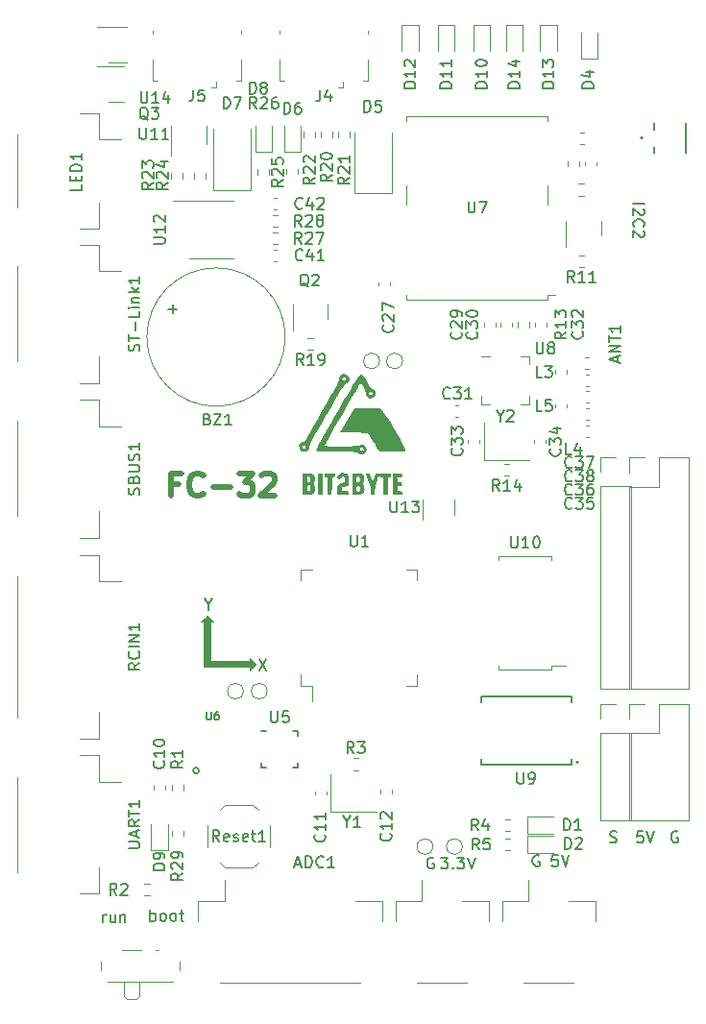
<source format=gbr>
%TF.GenerationSoftware,KiCad,Pcbnew,(6.0.0)*%
%TF.CreationDate,2022-03-02T14:27:29+07:00*%
%TF.ProjectId,FC-32,46432d33-322e-46b6-9963-61645f706362,rev?*%
%TF.SameCoordinates,Original*%
%TF.FileFunction,Legend,Top*%
%TF.FilePolarity,Positive*%
%FSLAX46Y46*%
G04 Gerber Fmt 4.6, Leading zero omitted, Abs format (unit mm)*
G04 Created by KiCad (PCBNEW (6.0.0)) date 2022-03-02 14:27:29*
%MOMM*%
%LPD*%
G01*
G04 APERTURE LIST*
%ADD10C,0.150000*%
%ADD11C,0.500000*%
%ADD12C,0.120000*%
%ADD13C,0.200000*%
%ADD14C,0.127000*%
G04 APERTURE END LIST*
D10*
X166961904Y-128700000D02*
X166866666Y-128652380D01*
X166723809Y-128652380D01*
X166580952Y-128700000D01*
X166485714Y-128795238D01*
X166438095Y-128890476D01*
X166390476Y-129080952D01*
X166390476Y-129223809D01*
X166438095Y-129414285D01*
X166485714Y-129509523D01*
X166580952Y-129604761D01*
X166723809Y-129652380D01*
X166819047Y-129652380D01*
X166961904Y-129604761D01*
X167009523Y-129557142D01*
X167009523Y-129223809D01*
X166819047Y-129223809D01*
X185409523Y-126352380D02*
X184933333Y-126352380D01*
X184885714Y-126828571D01*
X184933333Y-126780952D01*
X185028571Y-126733333D01*
X185266666Y-126733333D01*
X185361904Y-126780952D01*
X185409523Y-126828571D01*
X185457142Y-126923809D01*
X185457142Y-127161904D01*
X185409523Y-127257142D01*
X185361904Y-127304761D01*
X185266666Y-127352380D01*
X185028571Y-127352380D01*
X184933333Y-127304761D01*
X184885714Y-127257142D01*
X185742857Y-126352380D02*
X186076190Y-127352380D01*
X186409523Y-126352380D01*
X151566666Y-111152380D02*
X152233333Y-112152380D01*
X152233333Y-111152380D02*
X151566666Y-112152380D01*
X176261904Y-128500000D02*
X176166666Y-128452380D01*
X176023809Y-128452380D01*
X175880952Y-128500000D01*
X175785714Y-128595238D01*
X175738095Y-128690476D01*
X175690476Y-128880952D01*
X175690476Y-129023809D01*
X175738095Y-129214285D01*
X175785714Y-129309523D01*
X175880952Y-129404761D01*
X176023809Y-129452380D01*
X176119047Y-129452380D01*
X176261904Y-129404761D01*
X176309523Y-129357142D01*
X176309523Y-129023809D01*
X176119047Y-129023809D01*
X167623809Y-128652380D02*
X168242857Y-128652380D01*
X167909523Y-129033333D01*
X168052380Y-129033333D01*
X168147619Y-129080952D01*
X168195238Y-129128571D01*
X168242857Y-129223809D01*
X168242857Y-129461904D01*
X168195238Y-129557142D01*
X168147619Y-129604761D01*
X168052380Y-129652380D01*
X167766666Y-129652380D01*
X167671428Y-129604761D01*
X167623809Y-129557142D01*
X168671428Y-129557142D02*
X168719047Y-129604761D01*
X168671428Y-129652380D01*
X168623809Y-129604761D01*
X168671428Y-129557142D01*
X168671428Y-129652380D01*
X169052380Y-128652380D02*
X169671428Y-128652380D01*
X169338095Y-129033333D01*
X169480952Y-129033333D01*
X169576190Y-129080952D01*
X169623809Y-129128571D01*
X169671428Y-129223809D01*
X169671428Y-129461904D01*
X169623809Y-129557142D01*
X169576190Y-129604761D01*
X169480952Y-129652380D01*
X169195238Y-129652380D01*
X169100000Y-129604761D01*
X169052380Y-129557142D01*
X169957142Y-128652380D02*
X170290476Y-129652380D01*
X170623809Y-128652380D01*
X188461904Y-126400000D02*
X188366666Y-126352380D01*
X188223809Y-126352380D01*
X188080952Y-126400000D01*
X187985714Y-126495238D01*
X187938095Y-126590476D01*
X187890476Y-126780952D01*
X187890476Y-126923809D01*
X187938095Y-127114285D01*
X187985714Y-127209523D01*
X188080952Y-127304761D01*
X188223809Y-127352380D01*
X188319047Y-127352380D01*
X188461904Y-127304761D01*
X188509523Y-127257142D01*
X188509523Y-126923809D01*
X188319047Y-126923809D01*
X137823809Y-134352380D02*
X137823809Y-133685714D01*
X137823809Y-133876190D02*
X137871428Y-133780952D01*
X137919047Y-133733333D01*
X138014285Y-133685714D01*
X138109523Y-133685714D01*
X138871428Y-133685714D02*
X138871428Y-134352380D01*
X138442857Y-133685714D02*
X138442857Y-134209523D01*
X138490476Y-134304761D01*
X138585714Y-134352380D01*
X138728571Y-134352380D01*
X138823809Y-134304761D01*
X138871428Y-134257142D01*
X139347619Y-133685714D02*
X139347619Y-134352380D01*
X139347619Y-133780952D02*
X139395238Y-133733333D01*
X139490476Y-133685714D01*
X139633333Y-133685714D01*
X139728571Y-133733333D01*
X139776190Y-133828571D01*
X139776190Y-134352380D01*
X147100000Y-106376190D02*
X147100000Y-106852380D01*
X146766666Y-105852380D02*
X147100000Y-106376190D01*
X147433333Y-105852380D01*
X182514285Y-127304761D02*
X182657142Y-127352380D01*
X182895238Y-127352380D01*
X182990476Y-127304761D01*
X183038095Y-127257142D01*
X183085714Y-127161904D01*
X183085714Y-127066666D01*
X183038095Y-126971428D01*
X182990476Y-126923809D01*
X182895238Y-126876190D01*
X182704761Y-126828571D01*
X182609523Y-126780952D01*
X182561904Y-126733333D01*
X182514285Y-126638095D01*
X182514285Y-126542857D01*
X182561904Y-126447619D01*
X182609523Y-126400000D01*
X182704761Y-126352380D01*
X182942857Y-126352380D01*
X183085714Y-126400000D01*
X184547619Y-71047619D02*
X185547619Y-71047619D01*
X185452380Y-71476190D02*
X185500000Y-71523809D01*
X185547619Y-71619047D01*
X185547619Y-71857142D01*
X185500000Y-71952380D01*
X185452380Y-72000000D01*
X185357142Y-72047619D01*
X185261904Y-72047619D01*
X185119047Y-72000000D01*
X184547619Y-71428571D01*
X184547619Y-72047619D01*
X184642857Y-73047619D02*
X184595238Y-73000000D01*
X184547619Y-72857142D01*
X184547619Y-72761904D01*
X184595238Y-72619047D01*
X184690476Y-72523809D01*
X184785714Y-72476190D01*
X184976190Y-72428571D01*
X185119047Y-72428571D01*
X185309523Y-72476190D01*
X185404761Y-72523809D01*
X185500000Y-72619047D01*
X185547619Y-72761904D01*
X185547619Y-72857142D01*
X185500000Y-73000000D01*
X185452380Y-73047619D01*
X185452380Y-73428571D02*
X185500000Y-73476190D01*
X185547619Y-73571428D01*
X185547619Y-73809523D01*
X185500000Y-73904761D01*
X185452380Y-73952380D01*
X185357142Y-74000000D01*
X185261904Y-74000000D01*
X185119047Y-73952380D01*
X184547619Y-73380952D01*
X184547619Y-74000000D01*
D11*
X144472857Y-95757142D02*
X143806190Y-95757142D01*
X143806190Y-96804761D02*
X143806190Y-94804761D01*
X144758571Y-94804761D01*
X146663333Y-96614285D02*
X146568095Y-96709523D01*
X146282380Y-96804761D01*
X146091904Y-96804761D01*
X145806190Y-96709523D01*
X145615714Y-96519047D01*
X145520476Y-96328571D01*
X145425238Y-95947619D01*
X145425238Y-95661904D01*
X145520476Y-95280952D01*
X145615714Y-95090476D01*
X145806190Y-94900000D01*
X146091904Y-94804761D01*
X146282380Y-94804761D01*
X146568095Y-94900000D01*
X146663333Y-94995238D01*
X147520476Y-96042857D02*
X149044285Y-96042857D01*
X149806190Y-94804761D02*
X151044285Y-94804761D01*
X150377619Y-95566666D01*
X150663333Y-95566666D01*
X150853809Y-95661904D01*
X150949047Y-95757142D01*
X151044285Y-95947619D01*
X151044285Y-96423809D01*
X150949047Y-96614285D01*
X150853809Y-96709523D01*
X150663333Y-96804761D01*
X150091904Y-96804761D01*
X149901428Y-96709523D01*
X149806190Y-96614285D01*
X151806190Y-94995238D02*
X151901428Y-94900000D01*
X152091904Y-94804761D01*
X152568095Y-94804761D01*
X152758571Y-94900000D01*
X152853809Y-94995238D01*
X152949047Y-95185714D01*
X152949047Y-95376190D01*
X152853809Y-95661904D01*
X151710952Y-96804761D01*
X152949047Y-96804761D01*
D10*
X177909523Y-128452380D02*
X177433333Y-128452380D01*
X177385714Y-128928571D01*
X177433333Y-128880952D01*
X177528571Y-128833333D01*
X177766666Y-128833333D01*
X177861904Y-128880952D01*
X177909523Y-128928571D01*
X177957142Y-129023809D01*
X177957142Y-129261904D01*
X177909523Y-129357142D01*
X177861904Y-129404761D01*
X177766666Y-129452380D01*
X177528571Y-129452380D01*
X177433333Y-129404761D01*
X177385714Y-129357142D01*
X178242857Y-128452380D02*
X178576190Y-129452380D01*
X178909523Y-128452380D01*
X141995238Y-134252380D02*
X141995238Y-133252380D01*
X141995238Y-133633333D02*
X142090476Y-133585714D01*
X142280952Y-133585714D01*
X142376190Y-133633333D01*
X142423809Y-133680952D01*
X142471428Y-133776190D01*
X142471428Y-134061904D01*
X142423809Y-134157142D01*
X142376190Y-134204761D01*
X142280952Y-134252380D01*
X142090476Y-134252380D01*
X141995238Y-134204761D01*
X143042857Y-134252380D02*
X142947619Y-134204761D01*
X142900000Y-134157142D01*
X142852380Y-134061904D01*
X142852380Y-133776190D01*
X142900000Y-133680952D01*
X142947619Y-133633333D01*
X143042857Y-133585714D01*
X143185714Y-133585714D01*
X143280952Y-133633333D01*
X143328571Y-133680952D01*
X143376190Y-133776190D01*
X143376190Y-134061904D01*
X143328571Y-134157142D01*
X143280952Y-134204761D01*
X143185714Y-134252380D01*
X143042857Y-134252380D01*
X143947619Y-134252380D02*
X143852380Y-134204761D01*
X143804761Y-134157142D01*
X143757142Y-134061904D01*
X143757142Y-133776190D01*
X143804761Y-133680952D01*
X143852380Y-133633333D01*
X143947619Y-133585714D01*
X144090476Y-133585714D01*
X144185714Y-133633333D01*
X144233333Y-133680952D01*
X144280952Y-133776190D01*
X144280952Y-134061904D01*
X144233333Y-134157142D01*
X144185714Y-134204761D01*
X144090476Y-134252380D01*
X143947619Y-134252380D01*
X144566666Y-133585714D02*
X144947619Y-133585714D01*
X144709523Y-133252380D02*
X144709523Y-134109523D01*
X144757142Y-134204761D01*
X144852380Y-134252380D01*
X144947619Y-134252380D01*
%TO.C,BZ1*%
X147019047Y-90018571D02*
X147161904Y-90066190D01*
X147209523Y-90113809D01*
X147257142Y-90209047D01*
X147257142Y-90351904D01*
X147209523Y-90447142D01*
X147161904Y-90494761D01*
X147066666Y-90542380D01*
X146685714Y-90542380D01*
X146685714Y-89542380D01*
X147019047Y-89542380D01*
X147114285Y-89590000D01*
X147161904Y-89637619D01*
X147209523Y-89732857D01*
X147209523Y-89828095D01*
X147161904Y-89923333D01*
X147114285Y-89970952D01*
X147019047Y-90018571D01*
X146685714Y-90018571D01*
X147590476Y-89542380D02*
X148257142Y-89542380D01*
X147590476Y-90542380D01*
X148257142Y-90542380D01*
X149161904Y-90542380D02*
X148590476Y-90542380D01*
X148876190Y-90542380D02*
X148876190Y-89542380D01*
X148780952Y-89685238D01*
X148685714Y-89780476D01*
X148590476Y-89828095D01*
X143599047Y-80321428D02*
X144360952Y-80321428D01*
X143980000Y-80702380D02*
X143980000Y-79940476D01*
%TO.C,D2*%
X178536904Y-127912380D02*
X178536904Y-126912380D01*
X178775000Y-126912380D01*
X178917857Y-126960000D01*
X179013095Y-127055238D01*
X179060714Y-127150476D01*
X179108333Y-127340952D01*
X179108333Y-127483809D01*
X179060714Y-127674285D01*
X179013095Y-127769523D01*
X178917857Y-127864761D01*
X178775000Y-127912380D01*
X178536904Y-127912380D01*
X179489285Y-127007619D02*
X179536904Y-126960000D01*
X179632142Y-126912380D01*
X179870238Y-126912380D01*
X179965476Y-126960000D01*
X180013095Y-127007619D01*
X180060714Y-127102857D01*
X180060714Y-127198095D01*
X180013095Y-127340952D01*
X179441666Y-127912380D01*
X180060714Y-127912380D01*
%TO.C,D11*%
X168552380Y-60846285D02*
X167552380Y-60846285D01*
X167552380Y-60608190D01*
X167600000Y-60465333D01*
X167695238Y-60370095D01*
X167790476Y-60322476D01*
X167980952Y-60274857D01*
X168123809Y-60274857D01*
X168314285Y-60322476D01*
X168409523Y-60370095D01*
X168504761Y-60465333D01*
X168552380Y-60608190D01*
X168552380Y-60846285D01*
X168552380Y-59322476D02*
X168552380Y-59893904D01*
X168552380Y-59608190D02*
X167552380Y-59608190D01*
X167695238Y-59703428D01*
X167790476Y-59798666D01*
X167838095Y-59893904D01*
X168552380Y-58370095D02*
X168552380Y-58941523D01*
X168552380Y-58655809D02*
X167552380Y-58655809D01*
X167695238Y-58751047D01*
X167790476Y-58846285D01*
X167838095Y-58941523D01*
%TO.C,C29*%
X169357142Y-82342857D02*
X169404761Y-82390476D01*
X169452380Y-82533333D01*
X169452380Y-82628571D01*
X169404761Y-82771428D01*
X169309523Y-82866666D01*
X169214285Y-82914285D01*
X169023809Y-82961904D01*
X168880952Y-82961904D01*
X168690476Y-82914285D01*
X168595238Y-82866666D01*
X168500000Y-82771428D01*
X168452380Y-82628571D01*
X168452380Y-82533333D01*
X168500000Y-82390476D01*
X168547619Y-82342857D01*
X168547619Y-81961904D02*
X168500000Y-81914285D01*
X168452380Y-81819047D01*
X168452380Y-81580952D01*
X168500000Y-81485714D01*
X168547619Y-81438095D01*
X168642857Y-81390476D01*
X168738095Y-81390476D01*
X168880952Y-81438095D01*
X169452380Y-82009523D01*
X169452380Y-81390476D01*
X169452380Y-80914285D02*
X169452380Y-80723809D01*
X169404761Y-80628571D01*
X169357142Y-80580952D01*
X169214285Y-80485714D01*
X169023809Y-80438095D01*
X168642857Y-80438095D01*
X168547619Y-80485714D01*
X168500000Y-80533333D01*
X168452380Y-80628571D01*
X168452380Y-80819047D01*
X168500000Y-80914285D01*
X168547619Y-80961904D01*
X168642857Y-81009523D01*
X168880952Y-81009523D01*
X168976190Y-80961904D01*
X169023809Y-80914285D01*
X169071428Y-80819047D01*
X169071428Y-80628571D01*
X169023809Y-80533333D01*
X168976190Y-80485714D01*
X168880952Y-80438095D01*
%TO.C,U11*%
X141061904Y-64352380D02*
X141061904Y-65161904D01*
X141109523Y-65257142D01*
X141157142Y-65304761D01*
X141252380Y-65352380D01*
X141442857Y-65352380D01*
X141538095Y-65304761D01*
X141585714Y-65257142D01*
X141633333Y-65161904D01*
X141633333Y-64352380D01*
X142633333Y-65352380D02*
X142061904Y-65352380D01*
X142347619Y-65352380D02*
X142347619Y-64352380D01*
X142252380Y-64495238D01*
X142157142Y-64590476D01*
X142061904Y-64638095D01*
X143585714Y-65352380D02*
X143014285Y-65352380D01*
X143300000Y-65352380D02*
X143300000Y-64352380D01*
X143204761Y-64495238D01*
X143109523Y-64590476D01*
X143014285Y-64638095D01*
%TO.C,R29*%
X144852380Y-130055357D02*
X144376190Y-130388690D01*
X144852380Y-130626785D02*
X143852380Y-130626785D01*
X143852380Y-130245833D01*
X143900000Y-130150595D01*
X143947619Y-130102976D01*
X144042857Y-130055357D01*
X144185714Y-130055357D01*
X144280952Y-130102976D01*
X144328571Y-130150595D01*
X144376190Y-130245833D01*
X144376190Y-130626785D01*
X143947619Y-129674404D02*
X143900000Y-129626785D01*
X143852380Y-129531547D01*
X143852380Y-129293452D01*
X143900000Y-129198214D01*
X143947619Y-129150595D01*
X144042857Y-129102976D01*
X144138095Y-129102976D01*
X144280952Y-129150595D01*
X144852380Y-129722023D01*
X144852380Y-129102976D01*
X144852380Y-128626785D02*
X144852380Y-128436309D01*
X144804761Y-128341071D01*
X144757142Y-128293452D01*
X144614285Y-128198214D01*
X144423809Y-128150595D01*
X144042857Y-128150595D01*
X143947619Y-128198214D01*
X143900000Y-128245833D01*
X143852380Y-128341071D01*
X143852380Y-128531547D01*
X143900000Y-128626785D01*
X143947619Y-128674404D01*
X144042857Y-128722023D01*
X144280952Y-128722023D01*
X144376190Y-128674404D01*
X144423809Y-128626785D01*
X144471428Y-128531547D01*
X144471428Y-128341071D01*
X144423809Y-128245833D01*
X144376190Y-128198214D01*
X144280952Y-128150595D01*
%TO.C,U12*%
X142280380Y-74579595D02*
X143089904Y-74579595D01*
X143185142Y-74531976D01*
X143232761Y-74484357D01*
X143280380Y-74389119D01*
X143280380Y-74198642D01*
X143232761Y-74103404D01*
X143185142Y-74055785D01*
X143089904Y-74008166D01*
X142280380Y-74008166D01*
X143280380Y-73008166D02*
X143280380Y-73579595D01*
X143280380Y-73293880D02*
X142280380Y-73293880D01*
X142423238Y-73389119D01*
X142518476Y-73484357D01*
X142566095Y-73579595D01*
X142375619Y-72627214D02*
X142328000Y-72579595D01*
X142280380Y-72484357D01*
X142280380Y-72246261D01*
X142328000Y-72151023D01*
X142375619Y-72103404D01*
X142470857Y-72055785D01*
X142566095Y-72055785D01*
X142708952Y-72103404D01*
X143280380Y-72674833D01*
X143280380Y-72055785D01*
%TO.C,C11*%
X157357142Y-126642857D02*
X157404761Y-126690476D01*
X157452380Y-126833333D01*
X157452380Y-126928571D01*
X157404761Y-127071428D01*
X157309523Y-127166666D01*
X157214285Y-127214285D01*
X157023809Y-127261904D01*
X156880952Y-127261904D01*
X156690476Y-127214285D01*
X156595238Y-127166666D01*
X156500000Y-127071428D01*
X156452380Y-126928571D01*
X156452380Y-126833333D01*
X156500000Y-126690476D01*
X156547619Y-126642857D01*
X157452380Y-125690476D02*
X157452380Y-126261904D01*
X157452380Y-125976190D02*
X156452380Y-125976190D01*
X156595238Y-126071428D01*
X156690476Y-126166666D01*
X156738095Y-126261904D01*
X157452380Y-124738095D02*
X157452380Y-125309523D01*
X157452380Y-125023809D02*
X156452380Y-125023809D01*
X156595238Y-125119047D01*
X156690476Y-125214285D01*
X156738095Y-125309523D01*
%TO.C,C31*%
X168417142Y-88131142D02*
X168369523Y-88178761D01*
X168226666Y-88226380D01*
X168131428Y-88226380D01*
X167988571Y-88178761D01*
X167893333Y-88083523D01*
X167845714Y-87988285D01*
X167798095Y-87797809D01*
X167798095Y-87654952D01*
X167845714Y-87464476D01*
X167893333Y-87369238D01*
X167988571Y-87274000D01*
X168131428Y-87226380D01*
X168226666Y-87226380D01*
X168369523Y-87274000D01*
X168417142Y-87321619D01*
X168750476Y-87226380D02*
X169369523Y-87226380D01*
X169036190Y-87607333D01*
X169179047Y-87607333D01*
X169274285Y-87654952D01*
X169321904Y-87702571D01*
X169369523Y-87797809D01*
X169369523Y-88035904D01*
X169321904Y-88131142D01*
X169274285Y-88178761D01*
X169179047Y-88226380D01*
X168893333Y-88226380D01*
X168798095Y-88178761D01*
X168750476Y-88131142D01*
X170321904Y-88226380D02*
X169750476Y-88226380D01*
X170036190Y-88226380D02*
X170036190Y-87226380D01*
X169940952Y-87369238D01*
X169845714Y-87464476D01*
X169750476Y-87512095D01*
%TO.C,R27*%
X155330142Y-74555880D02*
X154996809Y-74079690D01*
X154758714Y-74555880D02*
X154758714Y-73555880D01*
X155139666Y-73555880D01*
X155234904Y-73603500D01*
X155282523Y-73651119D01*
X155330142Y-73746357D01*
X155330142Y-73889214D01*
X155282523Y-73984452D01*
X155234904Y-74032071D01*
X155139666Y-74079690D01*
X154758714Y-74079690D01*
X155711095Y-73651119D02*
X155758714Y-73603500D01*
X155853952Y-73555880D01*
X156092047Y-73555880D01*
X156187285Y-73603500D01*
X156234904Y-73651119D01*
X156282523Y-73746357D01*
X156282523Y-73841595D01*
X156234904Y-73984452D01*
X155663476Y-74555880D01*
X156282523Y-74555880D01*
X156615857Y-73555880D02*
X157282523Y-73555880D01*
X156853952Y-74555880D01*
%TO.C,R19*%
X155472142Y-85252380D02*
X155138809Y-84776190D01*
X154900714Y-85252380D02*
X154900714Y-84252380D01*
X155281666Y-84252380D01*
X155376904Y-84300000D01*
X155424523Y-84347619D01*
X155472142Y-84442857D01*
X155472142Y-84585714D01*
X155424523Y-84680952D01*
X155376904Y-84728571D01*
X155281666Y-84776190D01*
X154900714Y-84776190D01*
X156424523Y-85252380D02*
X155853095Y-85252380D01*
X156138809Y-85252380D02*
X156138809Y-84252380D01*
X156043571Y-84395238D01*
X155948333Y-84490476D01*
X155853095Y-84538095D01*
X156900714Y-85252380D02*
X157091190Y-85252380D01*
X157186428Y-85204761D01*
X157234047Y-85157142D01*
X157329285Y-85014285D01*
X157376904Y-84823809D01*
X157376904Y-84442857D01*
X157329285Y-84347619D01*
X157281666Y-84300000D01*
X157186428Y-84252380D01*
X156995952Y-84252380D01*
X156900714Y-84300000D01*
X156853095Y-84347619D01*
X156805476Y-84442857D01*
X156805476Y-84680952D01*
X156853095Y-84776190D01*
X156900714Y-84823809D01*
X156995952Y-84871428D01*
X157186428Y-84871428D01*
X157281666Y-84823809D01*
X157329285Y-84776190D01*
X157376904Y-84680952D01*
%TO.C,R13*%
X178652380Y-82342857D02*
X178176190Y-82676190D01*
X178652380Y-82914285D02*
X177652380Y-82914285D01*
X177652380Y-82533333D01*
X177700000Y-82438095D01*
X177747619Y-82390476D01*
X177842857Y-82342857D01*
X177985714Y-82342857D01*
X178080952Y-82390476D01*
X178128571Y-82438095D01*
X178176190Y-82533333D01*
X178176190Y-82914285D01*
X178652380Y-81390476D02*
X178652380Y-81961904D01*
X178652380Y-81676190D02*
X177652380Y-81676190D01*
X177795238Y-81771428D01*
X177890476Y-81866666D01*
X177938095Y-81961904D01*
X177652380Y-81057142D02*
X177652380Y-80438095D01*
X178033333Y-80771428D01*
X178033333Y-80628571D01*
X178080952Y-80533333D01*
X178128571Y-80485714D01*
X178223809Y-80438095D01*
X178461904Y-80438095D01*
X178557142Y-80485714D01*
X178604761Y-80533333D01*
X178652380Y-80628571D01*
X178652380Y-80914285D01*
X178604761Y-81009523D01*
X178557142Y-81057142D01*
%TO.C,R25*%
X153694380Y-68904357D02*
X153218190Y-69237690D01*
X153694380Y-69475785D02*
X152694380Y-69475785D01*
X152694380Y-69094833D01*
X152742000Y-68999595D01*
X152789619Y-68951976D01*
X152884857Y-68904357D01*
X153027714Y-68904357D01*
X153122952Y-68951976D01*
X153170571Y-68999595D01*
X153218190Y-69094833D01*
X153218190Y-69475785D01*
X152789619Y-68523404D02*
X152742000Y-68475785D01*
X152694380Y-68380547D01*
X152694380Y-68142452D01*
X152742000Y-68047214D01*
X152789619Y-67999595D01*
X152884857Y-67951976D01*
X152980095Y-67951976D01*
X153122952Y-67999595D01*
X153694380Y-68571023D01*
X153694380Y-67951976D01*
X152694380Y-67047214D02*
X152694380Y-67523404D01*
X153170571Y-67571023D01*
X153122952Y-67523404D01*
X153075333Y-67428166D01*
X153075333Y-67190071D01*
X153122952Y-67094833D01*
X153170571Y-67047214D01*
X153265809Y-66999595D01*
X153503904Y-66999595D01*
X153599142Y-67047214D01*
X153646761Y-67094833D01*
X153694380Y-67190071D01*
X153694380Y-67428166D01*
X153646761Y-67523404D01*
X153599142Y-67571023D01*
%TO.C,R20*%
X158012380Y-68459357D02*
X157536190Y-68792690D01*
X158012380Y-69030785D02*
X157012380Y-69030785D01*
X157012380Y-68649833D01*
X157060000Y-68554595D01*
X157107619Y-68506976D01*
X157202857Y-68459357D01*
X157345714Y-68459357D01*
X157440952Y-68506976D01*
X157488571Y-68554595D01*
X157536190Y-68649833D01*
X157536190Y-69030785D01*
X157107619Y-68078404D02*
X157060000Y-68030785D01*
X157012380Y-67935547D01*
X157012380Y-67697452D01*
X157060000Y-67602214D01*
X157107619Y-67554595D01*
X157202857Y-67506976D01*
X157298095Y-67506976D01*
X157440952Y-67554595D01*
X158012380Y-68126023D01*
X158012380Y-67506976D01*
X157012380Y-66887928D02*
X157012380Y-66792690D01*
X157060000Y-66697452D01*
X157107619Y-66649833D01*
X157202857Y-66602214D01*
X157393333Y-66554595D01*
X157631428Y-66554595D01*
X157821904Y-66602214D01*
X157917142Y-66649833D01*
X157964761Y-66697452D01*
X158012380Y-66792690D01*
X158012380Y-66887928D01*
X157964761Y-66983166D01*
X157917142Y-67030785D01*
X157821904Y-67078404D01*
X157631428Y-67126023D01*
X157393333Y-67126023D01*
X157202857Y-67078404D01*
X157107619Y-67030785D01*
X157060000Y-66983166D01*
X157012380Y-66887928D01*
%TO.C,R4*%
X170893333Y-126272380D02*
X170560000Y-125796190D01*
X170321904Y-126272380D02*
X170321904Y-125272380D01*
X170702857Y-125272380D01*
X170798095Y-125320000D01*
X170845714Y-125367619D01*
X170893333Y-125462857D01*
X170893333Y-125605714D01*
X170845714Y-125700952D01*
X170798095Y-125748571D01*
X170702857Y-125796190D01*
X170321904Y-125796190D01*
X171750476Y-125605714D02*
X171750476Y-126272380D01*
X171512380Y-125224761D02*
X171274285Y-125939047D01*
X171893333Y-125939047D01*
%TO.C,R21*%
X159536380Y-68713357D02*
X159060190Y-69046690D01*
X159536380Y-69284785D02*
X158536380Y-69284785D01*
X158536380Y-68903833D01*
X158584000Y-68808595D01*
X158631619Y-68760976D01*
X158726857Y-68713357D01*
X158869714Y-68713357D01*
X158964952Y-68760976D01*
X159012571Y-68808595D01*
X159060190Y-68903833D01*
X159060190Y-69284785D01*
X158631619Y-68332404D02*
X158584000Y-68284785D01*
X158536380Y-68189547D01*
X158536380Y-67951452D01*
X158584000Y-67856214D01*
X158631619Y-67808595D01*
X158726857Y-67760976D01*
X158822095Y-67760976D01*
X158964952Y-67808595D01*
X159536380Y-68380023D01*
X159536380Y-67760976D01*
X159536380Y-66808595D02*
X159536380Y-67380023D01*
X159536380Y-67094309D02*
X158536380Y-67094309D01*
X158679238Y-67189547D01*
X158774476Y-67284785D01*
X158822095Y-67380023D01*
%TO.C,Y2*%
X172823809Y-89751190D02*
X172823809Y-90227380D01*
X172490476Y-89227380D02*
X172823809Y-89751190D01*
X173157142Y-89227380D01*
X173442857Y-89322619D02*
X173490476Y-89275000D01*
X173585714Y-89227380D01*
X173823809Y-89227380D01*
X173919047Y-89275000D01*
X173966666Y-89322619D01*
X174014285Y-89417857D01*
X174014285Y-89513095D01*
X173966666Y-89655952D01*
X173395238Y-90227380D01*
X174014285Y-90227380D01*
%TO.C,R28*%
X155330142Y-73031880D02*
X154996809Y-72555690D01*
X154758714Y-73031880D02*
X154758714Y-72031880D01*
X155139666Y-72031880D01*
X155234904Y-72079500D01*
X155282523Y-72127119D01*
X155330142Y-72222357D01*
X155330142Y-72365214D01*
X155282523Y-72460452D01*
X155234904Y-72508071D01*
X155139666Y-72555690D01*
X154758714Y-72555690D01*
X155711095Y-72127119D02*
X155758714Y-72079500D01*
X155853952Y-72031880D01*
X156092047Y-72031880D01*
X156187285Y-72079500D01*
X156234904Y-72127119D01*
X156282523Y-72222357D01*
X156282523Y-72317595D01*
X156234904Y-72460452D01*
X155663476Y-73031880D01*
X156282523Y-73031880D01*
X156853952Y-72460452D02*
X156758714Y-72412833D01*
X156711095Y-72365214D01*
X156663476Y-72269976D01*
X156663476Y-72222357D01*
X156711095Y-72127119D01*
X156758714Y-72079500D01*
X156853952Y-72031880D01*
X157044428Y-72031880D01*
X157139666Y-72079500D01*
X157187285Y-72127119D01*
X157234904Y-72222357D01*
X157234904Y-72269976D01*
X157187285Y-72365214D01*
X157139666Y-72412833D01*
X157044428Y-72460452D01*
X156853952Y-72460452D01*
X156758714Y-72508071D01*
X156711095Y-72555690D01*
X156663476Y-72650928D01*
X156663476Y-72841404D01*
X156711095Y-72936642D01*
X156758714Y-72984261D01*
X156853952Y-73031880D01*
X157044428Y-73031880D01*
X157139666Y-72984261D01*
X157187285Y-72936642D01*
X157234904Y-72841404D01*
X157234904Y-72650928D01*
X157187285Y-72555690D01*
X157139666Y-72508071D01*
X157044428Y-72460452D01*
%TO.C,C37*%
X179157142Y-94232142D02*
X179109523Y-94279761D01*
X178966666Y-94327380D01*
X178871428Y-94327380D01*
X178728571Y-94279761D01*
X178633333Y-94184523D01*
X178585714Y-94089285D01*
X178538095Y-93898809D01*
X178538095Y-93755952D01*
X178585714Y-93565476D01*
X178633333Y-93470238D01*
X178728571Y-93375000D01*
X178871428Y-93327380D01*
X178966666Y-93327380D01*
X179109523Y-93375000D01*
X179157142Y-93422619D01*
X179490476Y-93327380D02*
X180109523Y-93327380D01*
X179776190Y-93708333D01*
X179919047Y-93708333D01*
X180014285Y-93755952D01*
X180061904Y-93803571D01*
X180109523Y-93898809D01*
X180109523Y-94136904D01*
X180061904Y-94232142D01*
X180014285Y-94279761D01*
X179919047Y-94327380D01*
X179633333Y-94327380D01*
X179538095Y-94279761D01*
X179490476Y-94232142D01*
X180442857Y-93327380D02*
X181109523Y-93327380D01*
X180680952Y-94327380D01*
%TO.C,C34*%
X178087142Y-92642857D02*
X178134761Y-92690476D01*
X178182380Y-92833333D01*
X178182380Y-92928571D01*
X178134761Y-93071428D01*
X178039523Y-93166666D01*
X177944285Y-93214285D01*
X177753809Y-93261904D01*
X177610952Y-93261904D01*
X177420476Y-93214285D01*
X177325238Y-93166666D01*
X177230000Y-93071428D01*
X177182380Y-92928571D01*
X177182380Y-92833333D01*
X177230000Y-92690476D01*
X177277619Y-92642857D01*
X177182380Y-92309523D02*
X177182380Y-91690476D01*
X177563333Y-92023809D01*
X177563333Y-91880952D01*
X177610952Y-91785714D01*
X177658571Y-91738095D01*
X177753809Y-91690476D01*
X177991904Y-91690476D01*
X178087142Y-91738095D01*
X178134761Y-91785714D01*
X178182380Y-91880952D01*
X178182380Y-92166666D01*
X178134761Y-92261904D01*
X178087142Y-92309523D01*
X177515714Y-90833333D02*
X178182380Y-90833333D01*
X177134761Y-91071428D02*
X177849047Y-91309523D01*
X177849047Y-90690476D01*
%TO.C,D13*%
X177552380Y-60846285D02*
X176552380Y-60846285D01*
X176552380Y-60608190D01*
X176600000Y-60465333D01*
X176695238Y-60370095D01*
X176790476Y-60322476D01*
X176980952Y-60274857D01*
X177123809Y-60274857D01*
X177314285Y-60322476D01*
X177409523Y-60370095D01*
X177504761Y-60465333D01*
X177552380Y-60608190D01*
X177552380Y-60846285D01*
X177552380Y-59322476D02*
X177552380Y-59893904D01*
X177552380Y-59608190D02*
X176552380Y-59608190D01*
X176695238Y-59703428D01*
X176790476Y-59798666D01*
X176838095Y-59893904D01*
X176552380Y-58989142D02*
X176552380Y-58370095D01*
X176933333Y-58703428D01*
X176933333Y-58560571D01*
X176980952Y-58465333D01*
X177028571Y-58417714D01*
X177123809Y-58370095D01*
X177361904Y-58370095D01*
X177457142Y-58417714D01*
X177504761Y-58465333D01*
X177552380Y-58560571D01*
X177552380Y-58846285D01*
X177504761Y-58941523D01*
X177457142Y-58989142D01*
%TO.C,Q2*%
X155944761Y-78355119D02*
X155849523Y-78307500D01*
X155754285Y-78212261D01*
X155611428Y-78069404D01*
X155516190Y-78021785D01*
X155420952Y-78021785D01*
X155468571Y-78259880D02*
X155373333Y-78212261D01*
X155278095Y-78117023D01*
X155230476Y-77926547D01*
X155230476Y-77593214D01*
X155278095Y-77402738D01*
X155373333Y-77307500D01*
X155468571Y-77259880D01*
X155659047Y-77259880D01*
X155754285Y-77307500D01*
X155849523Y-77402738D01*
X155897142Y-77593214D01*
X155897142Y-77926547D01*
X155849523Y-78117023D01*
X155754285Y-78212261D01*
X155659047Y-78259880D01*
X155468571Y-78259880D01*
X156278095Y-77355119D02*
X156325714Y-77307500D01*
X156420952Y-77259880D01*
X156659047Y-77259880D01*
X156754285Y-77307500D01*
X156801904Y-77355119D01*
X156849523Y-77450357D01*
X156849523Y-77545595D01*
X156801904Y-77688452D01*
X156230476Y-78259880D01*
X156849523Y-78259880D01*
%TO.C,UART1*%
X140052380Y-127821428D02*
X140861904Y-127821428D01*
X140957142Y-127773809D01*
X141004761Y-127726190D01*
X141052380Y-127630952D01*
X141052380Y-127440476D01*
X141004761Y-127345238D01*
X140957142Y-127297619D01*
X140861904Y-127250000D01*
X140052380Y-127250000D01*
X140766666Y-126821428D02*
X140766666Y-126345238D01*
X141052380Y-126916666D02*
X140052380Y-126583333D01*
X141052380Y-126250000D01*
X141052380Y-125345238D02*
X140576190Y-125678571D01*
X141052380Y-125916666D02*
X140052380Y-125916666D01*
X140052380Y-125535714D01*
X140100000Y-125440476D01*
X140147619Y-125392857D01*
X140242857Y-125345238D01*
X140385714Y-125345238D01*
X140480952Y-125392857D01*
X140528571Y-125440476D01*
X140576190Y-125535714D01*
X140576190Y-125916666D01*
X140052380Y-125059523D02*
X140052380Y-124488095D01*
X141052380Y-124773809D02*
X140052380Y-124773809D01*
X141052380Y-123630952D02*
X141052380Y-124202380D01*
X141052380Y-123916666D02*
X140052380Y-123916666D01*
X140195238Y-124011904D01*
X140290476Y-124107142D01*
X140338095Y-124202380D01*
%TO.C,U14*%
X141161904Y-61152380D02*
X141161904Y-61961904D01*
X141209523Y-62057142D01*
X141257142Y-62104761D01*
X141352380Y-62152380D01*
X141542857Y-62152380D01*
X141638095Y-62104761D01*
X141685714Y-62057142D01*
X141733333Y-61961904D01*
X141733333Y-61152380D01*
X142733333Y-62152380D02*
X142161904Y-62152380D01*
X142447619Y-62152380D02*
X142447619Y-61152380D01*
X142352380Y-61295238D01*
X142257142Y-61390476D01*
X142161904Y-61438095D01*
X143590476Y-61485714D02*
X143590476Y-62152380D01*
X143352380Y-61104761D02*
X143114285Y-61819047D01*
X143733333Y-61819047D01*
%TO.C,U9*%
X174336733Y-121151402D02*
X174336733Y-121962372D01*
X174384437Y-122057781D01*
X174432142Y-122105485D01*
X174527550Y-122153189D01*
X174718366Y-122153189D01*
X174813775Y-122105485D01*
X174861479Y-122057781D01*
X174909183Y-121962372D01*
X174909183Y-121151402D01*
X175433929Y-122153189D02*
X175624745Y-122153189D01*
X175720153Y-122105485D01*
X175767858Y-122057781D01*
X175863266Y-121914668D01*
X175910970Y-121723852D01*
X175910970Y-121342218D01*
X175863266Y-121246810D01*
X175815562Y-121199106D01*
X175720153Y-121151402D01*
X175529337Y-121151402D01*
X175433929Y-121199106D01*
X175386224Y-121246810D01*
X175338520Y-121342218D01*
X175338520Y-121580739D01*
X175386224Y-121676147D01*
X175433929Y-121723852D01*
X175529337Y-121771556D01*
X175720153Y-121771556D01*
X175815562Y-121723852D01*
X175863266Y-121676147D01*
X175910970Y-121580739D01*
%TO.C,SBUS1*%
X141004761Y-96661904D02*
X141052380Y-96519047D01*
X141052380Y-96280952D01*
X141004761Y-96185714D01*
X140957142Y-96138095D01*
X140861904Y-96090476D01*
X140766666Y-96090476D01*
X140671428Y-96138095D01*
X140623809Y-96185714D01*
X140576190Y-96280952D01*
X140528571Y-96471428D01*
X140480952Y-96566666D01*
X140433333Y-96614285D01*
X140338095Y-96661904D01*
X140242857Y-96661904D01*
X140147619Y-96614285D01*
X140100000Y-96566666D01*
X140052380Y-96471428D01*
X140052380Y-96233333D01*
X140100000Y-96090476D01*
X140528571Y-95328571D02*
X140576190Y-95185714D01*
X140623809Y-95138095D01*
X140719047Y-95090476D01*
X140861904Y-95090476D01*
X140957142Y-95138095D01*
X141004761Y-95185714D01*
X141052380Y-95280952D01*
X141052380Y-95661904D01*
X140052380Y-95661904D01*
X140052380Y-95328571D01*
X140100000Y-95233333D01*
X140147619Y-95185714D01*
X140242857Y-95138095D01*
X140338095Y-95138095D01*
X140433333Y-95185714D01*
X140480952Y-95233333D01*
X140528571Y-95328571D01*
X140528571Y-95661904D01*
X140052380Y-94661904D02*
X140861904Y-94661904D01*
X140957142Y-94614285D01*
X141004761Y-94566666D01*
X141052380Y-94471428D01*
X141052380Y-94280952D01*
X141004761Y-94185714D01*
X140957142Y-94138095D01*
X140861904Y-94090476D01*
X140052380Y-94090476D01*
X141004761Y-93661904D02*
X141052380Y-93519047D01*
X141052380Y-93280952D01*
X141004761Y-93185714D01*
X140957142Y-93138095D01*
X140861904Y-93090476D01*
X140766666Y-93090476D01*
X140671428Y-93138095D01*
X140623809Y-93185714D01*
X140576190Y-93280952D01*
X140528571Y-93471428D01*
X140480952Y-93566666D01*
X140433333Y-93614285D01*
X140338095Y-93661904D01*
X140242857Y-93661904D01*
X140147619Y-93614285D01*
X140100000Y-93566666D01*
X140052380Y-93471428D01*
X140052380Y-93233333D01*
X140100000Y-93090476D01*
X141052380Y-92138095D02*
X141052380Y-92709523D01*
X141052380Y-92423809D02*
X140052380Y-92423809D01*
X140195238Y-92519047D01*
X140290476Y-92614285D01*
X140338095Y-92709523D01*
%TO.C,R3*%
X159933333Y-119452380D02*
X159600000Y-118976190D01*
X159361904Y-119452380D02*
X159361904Y-118452380D01*
X159742857Y-118452380D01*
X159838095Y-118500000D01*
X159885714Y-118547619D01*
X159933333Y-118642857D01*
X159933333Y-118785714D01*
X159885714Y-118880952D01*
X159838095Y-118928571D01*
X159742857Y-118976190D01*
X159361904Y-118976190D01*
X160266666Y-118452380D02*
X160885714Y-118452380D01*
X160552380Y-118833333D01*
X160695238Y-118833333D01*
X160790476Y-118880952D01*
X160838095Y-118928571D01*
X160885714Y-119023809D01*
X160885714Y-119261904D01*
X160838095Y-119357142D01*
X160790476Y-119404761D01*
X160695238Y-119452380D01*
X160409523Y-119452380D01*
X160314285Y-119404761D01*
X160266666Y-119357142D01*
%TO.C,R11*%
X179357142Y-77952380D02*
X179023809Y-77476190D01*
X178785714Y-77952380D02*
X178785714Y-76952380D01*
X179166666Y-76952380D01*
X179261904Y-77000000D01*
X179309523Y-77047619D01*
X179357142Y-77142857D01*
X179357142Y-77285714D01*
X179309523Y-77380952D01*
X179261904Y-77428571D01*
X179166666Y-77476190D01*
X178785714Y-77476190D01*
X180309523Y-77952380D02*
X179738095Y-77952380D01*
X180023809Y-77952380D02*
X180023809Y-76952380D01*
X179928571Y-77095238D01*
X179833333Y-77190476D01*
X179738095Y-77238095D01*
X181261904Y-77952380D02*
X180690476Y-77952380D01*
X180976190Y-77952380D02*
X180976190Y-76952380D01*
X180880952Y-77095238D01*
X180785714Y-77190476D01*
X180690476Y-77238095D01*
%TO.C,D8*%
X150761904Y-61347880D02*
X150761904Y-60347880D01*
X151000000Y-60347880D01*
X151142857Y-60395500D01*
X151238095Y-60490738D01*
X151285714Y-60585976D01*
X151333333Y-60776452D01*
X151333333Y-60919309D01*
X151285714Y-61109785D01*
X151238095Y-61205023D01*
X151142857Y-61300261D01*
X151000000Y-61347880D01*
X150761904Y-61347880D01*
X151904761Y-60776452D02*
X151809523Y-60728833D01*
X151761904Y-60681214D01*
X151714285Y-60585976D01*
X151714285Y-60538357D01*
X151761904Y-60443119D01*
X151809523Y-60395500D01*
X151904761Y-60347880D01*
X152095238Y-60347880D01*
X152190476Y-60395500D01*
X152238095Y-60443119D01*
X152285714Y-60538357D01*
X152285714Y-60585976D01*
X152238095Y-60681214D01*
X152190476Y-60728833D01*
X152095238Y-60776452D01*
X151904761Y-60776452D01*
X151809523Y-60824071D01*
X151761904Y-60871690D01*
X151714285Y-60966928D01*
X151714285Y-61157404D01*
X151761904Y-61252642D01*
X151809523Y-61300261D01*
X151904761Y-61347880D01*
X152095238Y-61347880D01*
X152190476Y-61300261D01*
X152238095Y-61252642D01*
X152285714Y-61157404D01*
X152285714Y-60966928D01*
X152238095Y-60871690D01*
X152190476Y-60824071D01*
X152095238Y-60776452D01*
%TO.C,R22*%
X156488380Y-68713357D02*
X156012190Y-69046690D01*
X156488380Y-69284785D02*
X155488380Y-69284785D01*
X155488380Y-68903833D01*
X155536000Y-68808595D01*
X155583619Y-68760976D01*
X155678857Y-68713357D01*
X155821714Y-68713357D01*
X155916952Y-68760976D01*
X155964571Y-68808595D01*
X156012190Y-68903833D01*
X156012190Y-69284785D01*
X155583619Y-68332404D02*
X155536000Y-68284785D01*
X155488380Y-68189547D01*
X155488380Y-67951452D01*
X155536000Y-67856214D01*
X155583619Y-67808595D01*
X155678857Y-67760976D01*
X155774095Y-67760976D01*
X155916952Y-67808595D01*
X156488380Y-68380023D01*
X156488380Y-67760976D01*
X155583619Y-67380023D02*
X155536000Y-67332404D01*
X155488380Y-67237166D01*
X155488380Y-66999071D01*
X155536000Y-66903833D01*
X155583619Y-66856214D01*
X155678857Y-66808595D01*
X155774095Y-66808595D01*
X155916952Y-66856214D01*
X156488380Y-67427642D01*
X156488380Y-66808595D01*
%TO.C,D10*%
X171652380Y-60833785D02*
X170652380Y-60833785D01*
X170652380Y-60595690D01*
X170700000Y-60452833D01*
X170795238Y-60357595D01*
X170890476Y-60309976D01*
X171080952Y-60262357D01*
X171223809Y-60262357D01*
X171414285Y-60309976D01*
X171509523Y-60357595D01*
X171604761Y-60452833D01*
X171652380Y-60595690D01*
X171652380Y-60833785D01*
X171652380Y-59309976D02*
X171652380Y-59881404D01*
X171652380Y-59595690D02*
X170652380Y-59595690D01*
X170795238Y-59690928D01*
X170890476Y-59786166D01*
X170938095Y-59881404D01*
X170652380Y-58690928D02*
X170652380Y-58595690D01*
X170700000Y-58500452D01*
X170747619Y-58452833D01*
X170842857Y-58405214D01*
X171033333Y-58357595D01*
X171271428Y-58357595D01*
X171461904Y-58405214D01*
X171557142Y-58452833D01*
X171604761Y-58500452D01*
X171652380Y-58595690D01*
X171652380Y-58690928D01*
X171604761Y-58786166D01*
X171557142Y-58833785D01*
X171461904Y-58881404D01*
X171271428Y-58929023D01*
X171033333Y-58929023D01*
X170842857Y-58881404D01*
X170747619Y-58833785D01*
X170700000Y-58786166D01*
X170652380Y-58690928D01*
%TO.C,U5*%
X152638095Y-115752380D02*
X152638095Y-116561904D01*
X152685714Y-116657142D01*
X152733333Y-116704761D01*
X152828571Y-116752380D01*
X153019047Y-116752380D01*
X153114285Y-116704761D01*
X153161904Y-116657142D01*
X153209523Y-116561904D01*
X153209523Y-115752380D01*
X154161904Y-115752380D02*
X153685714Y-115752380D01*
X153638095Y-116228571D01*
X153685714Y-116180952D01*
X153780952Y-116133333D01*
X154019047Y-116133333D01*
X154114285Y-116180952D01*
X154161904Y-116228571D01*
X154209523Y-116323809D01*
X154209523Y-116561904D01*
X154161904Y-116657142D01*
X154114285Y-116704761D01*
X154019047Y-116752380D01*
X153780952Y-116752380D01*
X153685714Y-116704761D01*
X153638095Y-116657142D01*
%TO.C,Q3*%
X141804761Y-63647619D02*
X141709523Y-63600000D01*
X141614285Y-63504761D01*
X141471428Y-63361904D01*
X141376190Y-63314285D01*
X141280952Y-63314285D01*
X141328571Y-63552380D02*
X141233333Y-63504761D01*
X141138095Y-63409523D01*
X141090476Y-63219047D01*
X141090476Y-62885714D01*
X141138095Y-62695238D01*
X141233333Y-62600000D01*
X141328571Y-62552380D01*
X141519047Y-62552380D01*
X141614285Y-62600000D01*
X141709523Y-62695238D01*
X141757142Y-62885714D01*
X141757142Y-63219047D01*
X141709523Y-63409523D01*
X141614285Y-63504761D01*
X141519047Y-63552380D01*
X141328571Y-63552380D01*
X142090476Y-62552380D02*
X142709523Y-62552380D01*
X142376190Y-62933333D01*
X142519047Y-62933333D01*
X142614285Y-62980952D01*
X142661904Y-63028571D01*
X142709523Y-63123809D01*
X142709523Y-63361904D01*
X142661904Y-63457142D01*
X142614285Y-63504761D01*
X142519047Y-63552380D01*
X142233333Y-63552380D01*
X142138095Y-63504761D01*
X142090476Y-63457142D01*
%TO.C,R2*%
X139033333Y-131952380D02*
X138700000Y-131476190D01*
X138461904Y-131952380D02*
X138461904Y-130952380D01*
X138842857Y-130952380D01*
X138938095Y-131000000D01*
X138985714Y-131047619D01*
X139033333Y-131142857D01*
X139033333Y-131285714D01*
X138985714Y-131380952D01*
X138938095Y-131428571D01*
X138842857Y-131476190D01*
X138461904Y-131476190D01*
X139414285Y-131047619D02*
X139461904Y-131000000D01*
X139557142Y-130952380D01*
X139795238Y-130952380D01*
X139890476Y-131000000D01*
X139938095Y-131047619D01*
X139985714Y-131142857D01*
X139985714Y-131238095D01*
X139938095Y-131380952D01*
X139366666Y-131952380D01*
X139985714Y-131952380D01*
%TO.C,ST-Link1*%
X141004761Y-84011904D02*
X141052380Y-83869047D01*
X141052380Y-83630952D01*
X141004761Y-83535714D01*
X140957142Y-83488095D01*
X140861904Y-83440476D01*
X140766666Y-83440476D01*
X140671428Y-83488095D01*
X140623809Y-83535714D01*
X140576190Y-83630952D01*
X140528571Y-83821428D01*
X140480952Y-83916666D01*
X140433333Y-83964285D01*
X140338095Y-84011904D01*
X140242857Y-84011904D01*
X140147619Y-83964285D01*
X140100000Y-83916666D01*
X140052380Y-83821428D01*
X140052380Y-83583333D01*
X140100000Y-83440476D01*
X140052380Y-83154761D02*
X140052380Y-82583333D01*
X141052380Y-82869047D02*
X140052380Y-82869047D01*
X140671428Y-82250000D02*
X140671428Y-81488095D01*
X141052380Y-80535714D02*
X141052380Y-81011904D01*
X140052380Y-81011904D01*
X141052380Y-80202380D02*
X140385714Y-80202380D01*
X140052380Y-80202380D02*
X140100000Y-80250000D01*
X140147619Y-80202380D01*
X140100000Y-80154761D01*
X140052380Y-80202380D01*
X140147619Y-80202380D01*
X140385714Y-79726190D02*
X141052380Y-79726190D01*
X140480952Y-79726190D02*
X140433333Y-79678571D01*
X140385714Y-79583333D01*
X140385714Y-79440476D01*
X140433333Y-79345238D01*
X140528571Y-79297619D01*
X141052380Y-79297619D01*
X141052380Y-78821428D02*
X140052380Y-78821428D01*
X140671428Y-78726190D02*
X141052380Y-78440476D01*
X140385714Y-78440476D02*
X140766666Y-78821428D01*
X141052380Y-77488095D02*
X141052380Y-78059523D01*
X141052380Y-77773809D02*
X140052380Y-77773809D01*
X140195238Y-77869047D01*
X140290476Y-77964285D01*
X140338095Y-78059523D01*
%TO.C,RCIN1*%
X141052380Y-111528571D02*
X140576190Y-111861904D01*
X141052380Y-112100000D02*
X140052380Y-112100000D01*
X140052380Y-111719047D01*
X140100000Y-111623809D01*
X140147619Y-111576190D01*
X140242857Y-111528571D01*
X140385714Y-111528571D01*
X140480952Y-111576190D01*
X140528571Y-111623809D01*
X140576190Y-111719047D01*
X140576190Y-112100000D01*
X140957142Y-110528571D02*
X141004761Y-110576190D01*
X141052380Y-110719047D01*
X141052380Y-110814285D01*
X141004761Y-110957142D01*
X140909523Y-111052380D01*
X140814285Y-111100000D01*
X140623809Y-111147619D01*
X140480952Y-111147619D01*
X140290476Y-111100000D01*
X140195238Y-111052380D01*
X140100000Y-110957142D01*
X140052380Y-110814285D01*
X140052380Y-110719047D01*
X140100000Y-110576190D01*
X140147619Y-110528571D01*
X141052380Y-110100000D02*
X140052380Y-110100000D01*
X141052380Y-109623809D02*
X140052380Y-109623809D01*
X141052380Y-109052380D01*
X140052380Y-109052380D01*
X141052380Y-108052380D02*
X141052380Y-108623809D01*
X141052380Y-108338095D02*
X140052380Y-108338095D01*
X140195238Y-108433333D01*
X140290476Y-108528571D01*
X140338095Y-108623809D01*
%TO.C,C32*%
X180057142Y-82317857D02*
X180104761Y-82365476D01*
X180152380Y-82508333D01*
X180152380Y-82603571D01*
X180104761Y-82746428D01*
X180009523Y-82841666D01*
X179914285Y-82889285D01*
X179723809Y-82936904D01*
X179580952Y-82936904D01*
X179390476Y-82889285D01*
X179295238Y-82841666D01*
X179200000Y-82746428D01*
X179152380Y-82603571D01*
X179152380Y-82508333D01*
X179200000Y-82365476D01*
X179247619Y-82317857D01*
X179152380Y-81984523D02*
X179152380Y-81365476D01*
X179533333Y-81698809D01*
X179533333Y-81555952D01*
X179580952Y-81460714D01*
X179628571Y-81413095D01*
X179723809Y-81365476D01*
X179961904Y-81365476D01*
X180057142Y-81413095D01*
X180104761Y-81460714D01*
X180152380Y-81555952D01*
X180152380Y-81841666D01*
X180104761Y-81936904D01*
X180057142Y-81984523D01*
X179247619Y-80984523D02*
X179200000Y-80936904D01*
X179152380Y-80841666D01*
X179152380Y-80603571D01*
X179200000Y-80508333D01*
X179247619Y-80460714D01*
X179342857Y-80413095D01*
X179438095Y-80413095D01*
X179580952Y-80460714D01*
X180152380Y-81032142D01*
X180152380Y-80413095D01*
%TO.C,ADC1*%
X154785714Y-129266666D02*
X155261904Y-129266666D01*
X154690476Y-129552380D02*
X155023809Y-128552380D01*
X155357142Y-129552380D01*
X155690476Y-129552380D02*
X155690476Y-128552380D01*
X155928571Y-128552380D01*
X156071428Y-128600000D01*
X156166666Y-128695238D01*
X156214285Y-128790476D01*
X156261904Y-128980952D01*
X156261904Y-129123809D01*
X156214285Y-129314285D01*
X156166666Y-129409523D01*
X156071428Y-129504761D01*
X155928571Y-129552380D01*
X155690476Y-129552380D01*
X157261904Y-129457142D02*
X157214285Y-129504761D01*
X157071428Y-129552380D01*
X156976190Y-129552380D01*
X156833333Y-129504761D01*
X156738095Y-129409523D01*
X156690476Y-129314285D01*
X156642857Y-129123809D01*
X156642857Y-128980952D01*
X156690476Y-128790476D01*
X156738095Y-128695238D01*
X156833333Y-128600000D01*
X156976190Y-128552380D01*
X157071428Y-128552380D01*
X157214285Y-128600000D01*
X157261904Y-128647619D01*
X158214285Y-129552380D02*
X157642857Y-129552380D01*
X157928571Y-129552380D02*
X157928571Y-128552380D01*
X157833333Y-128695238D01*
X157738095Y-128790476D01*
X157642857Y-128838095D01*
%TO.C,D7*%
X148461904Y-62652380D02*
X148461904Y-61652380D01*
X148700000Y-61652380D01*
X148842857Y-61700000D01*
X148938095Y-61795238D01*
X148985714Y-61890476D01*
X149033333Y-62080952D01*
X149033333Y-62223809D01*
X148985714Y-62414285D01*
X148938095Y-62509523D01*
X148842857Y-62604761D01*
X148700000Y-62652380D01*
X148461904Y-62652380D01*
X149366666Y-61652380D02*
X150033333Y-61652380D01*
X149604761Y-62652380D01*
%TO.C,U8*%
X176038095Y-83252380D02*
X176038095Y-84061904D01*
X176085714Y-84157142D01*
X176133333Y-84204761D01*
X176228571Y-84252380D01*
X176419047Y-84252380D01*
X176514285Y-84204761D01*
X176561904Y-84157142D01*
X176609523Y-84061904D01*
X176609523Y-83252380D01*
X177228571Y-83680952D02*
X177133333Y-83633333D01*
X177085714Y-83585714D01*
X177038095Y-83490476D01*
X177038095Y-83442857D01*
X177085714Y-83347619D01*
X177133333Y-83300000D01*
X177228571Y-83252380D01*
X177419047Y-83252380D01*
X177514285Y-83300000D01*
X177561904Y-83347619D01*
X177609523Y-83442857D01*
X177609523Y-83490476D01*
X177561904Y-83585714D01*
X177514285Y-83633333D01*
X177419047Y-83680952D01*
X177228571Y-83680952D01*
X177133333Y-83728571D01*
X177085714Y-83776190D01*
X177038095Y-83871428D01*
X177038095Y-84061904D01*
X177085714Y-84157142D01*
X177133333Y-84204761D01*
X177228571Y-84252380D01*
X177419047Y-84252380D01*
X177514285Y-84204761D01*
X177561904Y-84157142D01*
X177609523Y-84061904D01*
X177609523Y-83871428D01*
X177561904Y-83776190D01*
X177514285Y-83728571D01*
X177419047Y-83680952D01*
%TO.C,R1*%
X144852380Y-120141666D02*
X144376190Y-120475000D01*
X144852380Y-120713095D02*
X143852380Y-120713095D01*
X143852380Y-120332142D01*
X143900000Y-120236904D01*
X143947619Y-120189285D01*
X144042857Y-120141666D01*
X144185714Y-120141666D01*
X144280952Y-120189285D01*
X144328571Y-120236904D01*
X144376190Y-120332142D01*
X144376190Y-120713095D01*
X144852380Y-119189285D02*
X144852380Y-119760714D01*
X144852380Y-119475000D02*
X143852380Y-119475000D01*
X143995238Y-119570238D01*
X144090476Y-119665476D01*
X144138095Y-119760714D01*
%TO.C,R23*%
X142264380Y-69158357D02*
X141788190Y-69491690D01*
X142264380Y-69729785D02*
X141264380Y-69729785D01*
X141264380Y-69348833D01*
X141312000Y-69253595D01*
X141359619Y-69205976D01*
X141454857Y-69158357D01*
X141597714Y-69158357D01*
X141692952Y-69205976D01*
X141740571Y-69253595D01*
X141788190Y-69348833D01*
X141788190Y-69729785D01*
X141359619Y-68777404D02*
X141312000Y-68729785D01*
X141264380Y-68634547D01*
X141264380Y-68396452D01*
X141312000Y-68301214D01*
X141359619Y-68253595D01*
X141454857Y-68205976D01*
X141550095Y-68205976D01*
X141692952Y-68253595D01*
X142264380Y-68825023D01*
X142264380Y-68205976D01*
X141264380Y-67872642D02*
X141264380Y-67253595D01*
X141645333Y-67586928D01*
X141645333Y-67444071D01*
X141692952Y-67348833D01*
X141740571Y-67301214D01*
X141835809Y-67253595D01*
X142073904Y-67253595D01*
X142169142Y-67301214D01*
X142216761Y-67348833D01*
X142264380Y-67444071D01*
X142264380Y-67729785D01*
X142216761Y-67825023D01*
X142169142Y-67872642D01*
%TO.C,D5*%
X160861904Y-62952380D02*
X160861904Y-61952380D01*
X161100000Y-61952380D01*
X161242857Y-62000000D01*
X161338095Y-62095238D01*
X161385714Y-62190476D01*
X161433333Y-62380952D01*
X161433333Y-62523809D01*
X161385714Y-62714285D01*
X161338095Y-62809523D01*
X161242857Y-62904761D01*
X161100000Y-62952380D01*
X160861904Y-62952380D01*
X162338095Y-61952380D02*
X161861904Y-61952380D01*
X161814285Y-62428571D01*
X161861904Y-62380952D01*
X161957142Y-62333333D01*
X162195238Y-62333333D01*
X162290476Y-62380952D01*
X162338095Y-62428571D01*
X162385714Y-62523809D01*
X162385714Y-62761904D01*
X162338095Y-62857142D01*
X162290476Y-62904761D01*
X162195238Y-62952380D01*
X161957142Y-62952380D01*
X161861904Y-62904761D01*
X161814285Y-62857142D01*
%TO.C,D6*%
X153773904Y-63125880D02*
X153773904Y-62125880D01*
X154012000Y-62125880D01*
X154154857Y-62173500D01*
X154250095Y-62268738D01*
X154297714Y-62363976D01*
X154345333Y-62554452D01*
X154345333Y-62697309D01*
X154297714Y-62887785D01*
X154250095Y-62983023D01*
X154154857Y-63078261D01*
X154012000Y-63125880D01*
X153773904Y-63125880D01*
X155202476Y-62125880D02*
X155012000Y-62125880D01*
X154916761Y-62173500D01*
X154869142Y-62221119D01*
X154773904Y-62363976D01*
X154726285Y-62554452D01*
X154726285Y-62935404D01*
X154773904Y-63030642D01*
X154821523Y-63078261D01*
X154916761Y-63125880D01*
X155107238Y-63125880D01*
X155202476Y-63078261D01*
X155250095Y-63030642D01*
X155297714Y-62935404D01*
X155297714Y-62697309D01*
X155250095Y-62602071D01*
X155202476Y-62554452D01*
X155107238Y-62506833D01*
X154916761Y-62506833D01*
X154821523Y-62554452D01*
X154773904Y-62602071D01*
X154726285Y-62697309D01*
%TO.C,L5*%
X176533333Y-89302380D02*
X176057142Y-89302380D01*
X176057142Y-88302380D01*
X177342857Y-88302380D02*
X176866666Y-88302380D01*
X176819047Y-88778571D01*
X176866666Y-88730952D01*
X176961904Y-88683333D01*
X177200000Y-88683333D01*
X177295238Y-88730952D01*
X177342857Y-88778571D01*
X177390476Y-88873809D01*
X177390476Y-89111904D01*
X177342857Y-89207142D01*
X177295238Y-89254761D01*
X177200000Y-89302380D01*
X176961904Y-89302380D01*
X176866666Y-89254761D01*
X176819047Y-89207142D01*
%TO.C,D14*%
X174552380Y-60846285D02*
X173552380Y-60846285D01*
X173552380Y-60608190D01*
X173600000Y-60465333D01*
X173695238Y-60370095D01*
X173790476Y-60322476D01*
X173980952Y-60274857D01*
X174123809Y-60274857D01*
X174314285Y-60322476D01*
X174409523Y-60370095D01*
X174504761Y-60465333D01*
X174552380Y-60608190D01*
X174552380Y-60846285D01*
X174552380Y-59322476D02*
X174552380Y-59893904D01*
X174552380Y-59608190D02*
X173552380Y-59608190D01*
X173695238Y-59703428D01*
X173790476Y-59798666D01*
X173838095Y-59893904D01*
X173885714Y-58465333D02*
X174552380Y-58465333D01*
X173504761Y-58703428D02*
X174219047Y-58941523D01*
X174219047Y-58322476D01*
%TO.C,L3*%
X176533333Y-86327380D02*
X176057142Y-86327380D01*
X176057142Y-85327380D01*
X176771428Y-85327380D02*
X177390476Y-85327380D01*
X177057142Y-85708333D01*
X177200000Y-85708333D01*
X177295238Y-85755952D01*
X177342857Y-85803571D01*
X177390476Y-85898809D01*
X177390476Y-86136904D01*
X177342857Y-86232142D01*
X177295238Y-86279761D01*
X177200000Y-86327380D01*
X176914285Y-86327380D01*
X176819047Y-86279761D01*
X176771428Y-86232142D01*
%TO.C,D1*%
X178436904Y-126252380D02*
X178436904Y-125252380D01*
X178675000Y-125252380D01*
X178817857Y-125300000D01*
X178913095Y-125395238D01*
X178960714Y-125490476D01*
X179008333Y-125680952D01*
X179008333Y-125823809D01*
X178960714Y-126014285D01*
X178913095Y-126109523D01*
X178817857Y-126204761D01*
X178675000Y-126252380D01*
X178436904Y-126252380D01*
X179960714Y-126252380D02*
X179389285Y-126252380D01*
X179675000Y-126252380D02*
X179675000Y-125252380D01*
X179579761Y-125395238D01*
X179484523Y-125490476D01*
X179389285Y-125538095D01*
%TO.C,C42*%
X155393142Y-71412642D02*
X155345523Y-71460261D01*
X155202666Y-71507880D01*
X155107428Y-71507880D01*
X154964571Y-71460261D01*
X154869333Y-71365023D01*
X154821714Y-71269785D01*
X154774095Y-71079309D01*
X154774095Y-70936452D01*
X154821714Y-70745976D01*
X154869333Y-70650738D01*
X154964571Y-70555500D01*
X155107428Y-70507880D01*
X155202666Y-70507880D01*
X155345523Y-70555500D01*
X155393142Y-70603119D01*
X156250285Y-70841214D02*
X156250285Y-71507880D01*
X156012190Y-70460261D02*
X155774095Y-71174547D01*
X156393142Y-71174547D01*
X156726476Y-70603119D02*
X156774095Y-70555500D01*
X156869333Y-70507880D01*
X157107428Y-70507880D01*
X157202666Y-70555500D01*
X157250285Y-70603119D01*
X157297904Y-70698357D01*
X157297904Y-70793595D01*
X157250285Y-70936452D01*
X156678857Y-71507880D01*
X157297904Y-71507880D01*
%TO.C,R14*%
X172757142Y-96357380D02*
X172423809Y-95881190D01*
X172185714Y-96357380D02*
X172185714Y-95357380D01*
X172566666Y-95357380D01*
X172661904Y-95405000D01*
X172709523Y-95452619D01*
X172757142Y-95547857D01*
X172757142Y-95690714D01*
X172709523Y-95785952D01*
X172661904Y-95833571D01*
X172566666Y-95881190D01*
X172185714Y-95881190D01*
X173709523Y-96357380D02*
X173138095Y-96357380D01*
X173423809Y-96357380D02*
X173423809Y-95357380D01*
X173328571Y-95500238D01*
X173233333Y-95595476D01*
X173138095Y-95643095D01*
X174566666Y-95690714D02*
X174566666Y-96357380D01*
X174328571Y-95309761D02*
X174090476Y-96024047D01*
X174709523Y-96024047D01*
%TO.C,U10*%
X173781904Y-100352380D02*
X173781904Y-101161904D01*
X173829523Y-101257142D01*
X173877142Y-101304761D01*
X173972380Y-101352380D01*
X174162857Y-101352380D01*
X174258095Y-101304761D01*
X174305714Y-101257142D01*
X174353333Y-101161904D01*
X174353333Y-100352380D01*
X175353333Y-101352380D02*
X174781904Y-101352380D01*
X175067619Y-101352380D02*
X175067619Y-100352380D01*
X174972380Y-100495238D01*
X174877142Y-100590476D01*
X174781904Y-100638095D01*
X175972380Y-100352380D02*
X176067619Y-100352380D01*
X176162857Y-100400000D01*
X176210476Y-100447619D01*
X176258095Y-100542857D01*
X176305714Y-100733333D01*
X176305714Y-100971428D01*
X176258095Y-101161904D01*
X176210476Y-101257142D01*
X176162857Y-101304761D01*
X176067619Y-101352380D01*
X175972380Y-101352380D01*
X175877142Y-101304761D01*
X175829523Y-101257142D01*
X175781904Y-101161904D01*
X175734285Y-100971428D01*
X175734285Y-100733333D01*
X175781904Y-100542857D01*
X175829523Y-100447619D01*
X175877142Y-100400000D01*
X175972380Y-100352380D01*
%TO.C,U6*%
X146965904Y-115816119D02*
X146965904Y-116383595D01*
X146999285Y-116450357D01*
X147032666Y-116483738D01*
X147099428Y-116517119D01*
X147232952Y-116517119D01*
X147299714Y-116483738D01*
X147333095Y-116450357D01*
X147366476Y-116383595D01*
X147366476Y-115816119D01*
X148000714Y-115816119D02*
X147867190Y-115816119D01*
X147800428Y-115849500D01*
X147767047Y-115882880D01*
X147700285Y-115983023D01*
X147666904Y-116116547D01*
X147666904Y-116383595D01*
X147700285Y-116450357D01*
X147733666Y-116483738D01*
X147800428Y-116517119D01*
X147933952Y-116517119D01*
X148000714Y-116483738D01*
X148034095Y-116450357D01*
X148067476Y-116383595D01*
X148067476Y-116216690D01*
X148034095Y-116149928D01*
X148000714Y-116116547D01*
X147933952Y-116083166D01*
X147800428Y-116083166D01*
X147733666Y-116116547D01*
X147700285Y-116149928D01*
X147666904Y-116216690D01*
%TO.C,R24*%
X143534380Y-69158357D02*
X143058190Y-69491690D01*
X143534380Y-69729785D02*
X142534380Y-69729785D01*
X142534380Y-69348833D01*
X142582000Y-69253595D01*
X142629619Y-69205976D01*
X142724857Y-69158357D01*
X142867714Y-69158357D01*
X142962952Y-69205976D01*
X143010571Y-69253595D01*
X143058190Y-69348833D01*
X143058190Y-69729785D01*
X142629619Y-68777404D02*
X142582000Y-68729785D01*
X142534380Y-68634547D01*
X142534380Y-68396452D01*
X142582000Y-68301214D01*
X142629619Y-68253595D01*
X142724857Y-68205976D01*
X142820095Y-68205976D01*
X142962952Y-68253595D01*
X143534380Y-68825023D01*
X143534380Y-68205976D01*
X142867714Y-67348833D02*
X143534380Y-67348833D01*
X142486761Y-67586928D02*
X143201047Y-67825023D01*
X143201047Y-67205976D01*
%TO.C,R5*%
X170993333Y-127962380D02*
X170660000Y-127486190D01*
X170421904Y-127962380D02*
X170421904Y-126962380D01*
X170802857Y-126962380D01*
X170898095Y-127010000D01*
X170945714Y-127057619D01*
X170993333Y-127152857D01*
X170993333Y-127295714D01*
X170945714Y-127390952D01*
X170898095Y-127438571D01*
X170802857Y-127486190D01*
X170421904Y-127486190D01*
X171898095Y-126962380D02*
X171421904Y-126962380D01*
X171374285Y-127438571D01*
X171421904Y-127390952D01*
X171517142Y-127343333D01*
X171755238Y-127343333D01*
X171850476Y-127390952D01*
X171898095Y-127438571D01*
X171945714Y-127533809D01*
X171945714Y-127771904D01*
X171898095Y-127867142D01*
X171850476Y-127914761D01*
X171755238Y-127962380D01*
X171517142Y-127962380D01*
X171421904Y-127914761D01*
X171374285Y-127867142D01*
%TO.C,LED1*%
X135952380Y-69369047D02*
X135952380Y-69845238D01*
X134952380Y-69845238D01*
X135428571Y-69035714D02*
X135428571Y-68702380D01*
X135952380Y-68559523D02*
X135952380Y-69035714D01*
X134952380Y-69035714D01*
X134952380Y-68559523D01*
X135952380Y-68130952D02*
X134952380Y-68130952D01*
X134952380Y-67892857D01*
X135000000Y-67750000D01*
X135095238Y-67654761D01*
X135190476Y-67607142D01*
X135380952Y-67559523D01*
X135523809Y-67559523D01*
X135714285Y-67607142D01*
X135809523Y-67654761D01*
X135904761Y-67750000D01*
X135952380Y-67892857D01*
X135952380Y-68130952D01*
X135952380Y-66607142D02*
X135952380Y-67178571D01*
X135952380Y-66892857D02*
X134952380Y-66892857D01*
X135095238Y-66988095D01*
X135190476Y-67083333D01*
X135238095Y-67178571D01*
%TO.C,L4*%
X179133333Y-93127380D02*
X178657142Y-93127380D01*
X178657142Y-92127380D01*
X179895238Y-92460714D02*
X179895238Y-93127380D01*
X179657142Y-92079761D02*
X179419047Y-92794047D01*
X180038095Y-92794047D01*
%TO.C,D9*%
X143252380Y-129750595D02*
X142252380Y-129750595D01*
X142252380Y-129512500D01*
X142300000Y-129369642D01*
X142395238Y-129274404D01*
X142490476Y-129226785D01*
X142680952Y-129179166D01*
X142823809Y-129179166D01*
X143014285Y-129226785D01*
X143109523Y-129274404D01*
X143204761Y-129369642D01*
X143252380Y-129512500D01*
X143252380Y-129750595D01*
X143252380Y-128702976D02*
X143252380Y-128512500D01*
X143204761Y-128417261D01*
X143157142Y-128369642D01*
X143014285Y-128274404D01*
X142823809Y-128226785D01*
X142442857Y-128226785D01*
X142347619Y-128274404D01*
X142300000Y-128322023D01*
X142252380Y-128417261D01*
X142252380Y-128607738D01*
X142300000Y-128702976D01*
X142347619Y-128750595D01*
X142442857Y-128798214D01*
X142680952Y-128798214D01*
X142776190Y-128750595D01*
X142823809Y-128702976D01*
X142871428Y-128607738D01*
X142871428Y-128417261D01*
X142823809Y-128322023D01*
X142776190Y-128274404D01*
X142680952Y-128226785D01*
%TO.C,U1*%
X159638095Y-100252380D02*
X159638095Y-101061904D01*
X159685714Y-101157142D01*
X159733333Y-101204761D01*
X159828571Y-101252380D01*
X160019047Y-101252380D01*
X160114285Y-101204761D01*
X160161904Y-101157142D01*
X160209523Y-101061904D01*
X160209523Y-100252380D01*
X161209523Y-101252380D02*
X160638095Y-101252380D01*
X160923809Y-101252380D02*
X160923809Y-100252380D01*
X160828571Y-100395238D01*
X160733333Y-100490476D01*
X160638095Y-100538095D01*
%TO.C,C27*%
X163357142Y-81742857D02*
X163404761Y-81790476D01*
X163452380Y-81933333D01*
X163452380Y-82028571D01*
X163404761Y-82171428D01*
X163309523Y-82266666D01*
X163214285Y-82314285D01*
X163023809Y-82361904D01*
X162880952Y-82361904D01*
X162690476Y-82314285D01*
X162595238Y-82266666D01*
X162500000Y-82171428D01*
X162452380Y-82028571D01*
X162452380Y-81933333D01*
X162500000Y-81790476D01*
X162547619Y-81742857D01*
X162547619Y-81361904D02*
X162500000Y-81314285D01*
X162452380Y-81219047D01*
X162452380Y-80980952D01*
X162500000Y-80885714D01*
X162547619Y-80838095D01*
X162642857Y-80790476D01*
X162738095Y-80790476D01*
X162880952Y-80838095D01*
X163452380Y-81409523D01*
X163452380Y-80790476D01*
X162452380Y-80457142D02*
X162452380Y-79790476D01*
X163452380Y-80219047D01*
%TO.C,U7*%
X170038095Y-70824380D02*
X170038095Y-71633904D01*
X170085714Y-71729142D01*
X170133333Y-71776761D01*
X170228571Y-71824380D01*
X170419047Y-71824380D01*
X170514285Y-71776761D01*
X170561904Y-71729142D01*
X170609523Y-71633904D01*
X170609523Y-70824380D01*
X170990476Y-70824380D02*
X171657142Y-70824380D01*
X171228571Y-71824380D01*
%TO.C,Reset1*%
X148085714Y-127252380D02*
X147752380Y-126776190D01*
X147514285Y-127252380D02*
X147514285Y-126252380D01*
X147895238Y-126252380D01*
X147990476Y-126300000D01*
X148038095Y-126347619D01*
X148085714Y-126442857D01*
X148085714Y-126585714D01*
X148038095Y-126680952D01*
X147990476Y-126728571D01*
X147895238Y-126776190D01*
X147514285Y-126776190D01*
X148895238Y-127204761D02*
X148800000Y-127252380D01*
X148609523Y-127252380D01*
X148514285Y-127204761D01*
X148466666Y-127109523D01*
X148466666Y-126728571D01*
X148514285Y-126633333D01*
X148609523Y-126585714D01*
X148800000Y-126585714D01*
X148895238Y-126633333D01*
X148942857Y-126728571D01*
X148942857Y-126823809D01*
X148466666Y-126919047D01*
X149323809Y-127204761D02*
X149419047Y-127252380D01*
X149609523Y-127252380D01*
X149704761Y-127204761D01*
X149752380Y-127109523D01*
X149752380Y-127061904D01*
X149704761Y-126966666D01*
X149609523Y-126919047D01*
X149466666Y-126919047D01*
X149371428Y-126871428D01*
X149323809Y-126776190D01*
X149323809Y-126728571D01*
X149371428Y-126633333D01*
X149466666Y-126585714D01*
X149609523Y-126585714D01*
X149704761Y-126633333D01*
X150561904Y-127204761D02*
X150466666Y-127252380D01*
X150276190Y-127252380D01*
X150180952Y-127204761D01*
X150133333Y-127109523D01*
X150133333Y-126728571D01*
X150180952Y-126633333D01*
X150276190Y-126585714D01*
X150466666Y-126585714D01*
X150561904Y-126633333D01*
X150609523Y-126728571D01*
X150609523Y-126823809D01*
X150133333Y-126919047D01*
X150895238Y-126585714D02*
X151276190Y-126585714D01*
X151038095Y-126252380D02*
X151038095Y-127109523D01*
X151085714Y-127204761D01*
X151180952Y-127252380D01*
X151276190Y-127252380D01*
X152133333Y-127252380D02*
X151561904Y-127252380D01*
X151847619Y-127252380D02*
X151847619Y-126252380D01*
X151752380Y-126395238D01*
X151657142Y-126490476D01*
X151561904Y-126538095D01*
%TO.C,C35*%
X179157142Y-97832142D02*
X179109523Y-97879761D01*
X178966666Y-97927380D01*
X178871428Y-97927380D01*
X178728571Y-97879761D01*
X178633333Y-97784523D01*
X178585714Y-97689285D01*
X178538095Y-97498809D01*
X178538095Y-97355952D01*
X178585714Y-97165476D01*
X178633333Y-97070238D01*
X178728571Y-96975000D01*
X178871428Y-96927380D01*
X178966666Y-96927380D01*
X179109523Y-96975000D01*
X179157142Y-97022619D01*
X179490476Y-96927380D02*
X180109523Y-96927380D01*
X179776190Y-97308333D01*
X179919047Y-97308333D01*
X180014285Y-97355952D01*
X180061904Y-97403571D01*
X180109523Y-97498809D01*
X180109523Y-97736904D01*
X180061904Y-97832142D01*
X180014285Y-97879761D01*
X179919047Y-97927380D01*
X179633333Y-97927380D01*
X179538095Y-97879761D01*
X179490476Y-97832142D01*
X181014285Y-96927380D02*
X180538095Y-96927380D01*
X180490476Y-97403571D01*
X180538095Y-97355952D01*
X180633333Y-97308333D01*
X180871428Y-97308333D01*
X180966666Y-97355952D01*
X181014285Y-97403571D01*
X181061904Y-97498809D01*
X181061904Y-97736904D01*
X181014285Y-97832142D01*
X180966666Y-97879761D01*
X180871428Y-97927380D01*
X180633333Y-97927380D01*
X180538095Y-97879761D01*
X180490476Y-97832142D01*
%TO.C,U13*%
X163161904Y-97252380D02*
X163161904Y-98061904D01*
X163209523Y-98157142D01*
X163257142Y-98204761D01*
X163352380Y-98252380D01*
X163542857Y-98252380D01*
X163638095Y-98204761D01*
X163685714Y-98157142D01*
X163733333Y-98061904D01*
X163733333Y-97252380D01*
X164733333Y-98252380D02*
X164161904Y-98252380D01*
X164447619Y-98252380D02*
X164447619Y-97252380D01*
X164352380Y-97395238D01*
X164257142Y-97490476D01*
X164161904Y-97538095D01*
X165066666Y-97252380D02*
X165685714Y-97252380D01*
X165352380Y-97633333D01*
X165495238Y-97633333D01*
X165590476Y-97680952D01*
X165638095Y-97728571D01*
X165685714Y-97823809D01*
X165685714Y-98061904D01*
X165638095Y-98157142D01*
X165590476Y-98204761D01*
X165495238Y-98252380D01*
X165209523Y-98252380D01*
X165114285Y-98204761D01*
X165066666Y-98157142D01*
%TO.C,C36*%
X179157142Y-96632142D02*
X179109523Y-96679761D01*
X178966666Y-96727380D01*
X178871428Y-96727380D01*
X178728571Y-96679761D01*
X178633333Y-96584523D01*
X178585714Y-96489285D01*
X178538095Y-96298809D01*
X178538095Y-96155952D01*
X178585714Y-95965476D01*
X178633333Y-95870238D01*
X178728571Y-95775000D01*
X178871428Y-95727380D01*
X178966666Y-95727380D01*
X179109523Y-95775000D01*
X179157142Y-95822619D01*
X179490476Y-95727380D02*
X180109523Y-95727380D01*
X179776190Y-96108333D01*
X179919047Y-96108333D01*
X180014285Y-96155952D01*
X180061904Y-96203571D01*
X180109523Y-96298809D01*
X180109523Y-96536904D01*
X180061904Y-96632142D01*
X180014285Y-96679761D01*
X179919047Y-96727380D01*
X179633333Y-96727380D01*
X179538095Y-96679761D01*
X179490476Y-96632142D01*
X180966666Y-95727380D02*
X180776190Y-95727380D01*
X180680952Y-95775000D01*
X180633333Y-95822619D01*
X180538095Y-95965476D01*
X180490476Y-96155952D01*
X180490476Y-96536904D01*
X180538095Y-96632142D01*
X180585714Y-96679761D01*
X180680952Y-96727380D01*
X180871428Y-96727380D01*
X180966666Y-96679761D01*
X181014285Y-96632142D01*
X181061904Y-96536904D01*
X181061904Y-96298809D01*
X181014285Y-96203571D01*
X180966666Y-96155952D01*
X180871428Y-96108333D01*
X180680952Y-96108333D01*
X180585714Y-96155952D01*
X180538095Y-96203571D01*
X180490476Y-96298809D01*
%TO.C,J4*%
X156966666Y-61006380D02*
X156966666Y-61720666D01*
X156919047Y-61863523D01*
X156823809Y-61958761D01*
X156680952Y-62006380D01*
X156585714Y-62006380D01*
X157871428Y-61339714D02*
X157871428Y-62006380D01*
X157633333Y-60958761D02*
X157395238Y-61673047D01*
X158014285Y-61673047D01*
%TO.C,D4*%
X181052380Y-60838095D02*
X180052380Y-60838095D01*
X180052380Y-60600000D01*
X180100000Y-60457142D01*
X180195238Y-60361904D01*
X180290476Y-60314285D01*
X180480952Y-60266666D01*
X180623809Y-60266666D01*
X180814285Y-60314285D01*
X180909523Y-60361904D01*
X181004761Y-60457142D01*
X181052380Y-60600000D01*
X181052380Y-60838095D01*
X180385714Y-59409523D02*
X181052380Y-59409523D01*
X180004761Y-59647619D02*
X180719047Y-59885714D01*
X180719047Y-59266666D01*
%TO.C,C41*%
X155405142Y-75957142D02*
X155357523Y-76004761D01*
X155214666Y-76052380D01*
X155119428Y-76052380D01*
X154976571Y-76004761D01*
X154881333Y-75909523D01*
X154833714Y-75814285D01*
X154786095Y-75623809D01*
X154786095Y-75480952D01*
X154833714Y-75290476D01*
X154881333Y-75195238D01*
X154976571Y-75100000D01*
X155119428Y-75052380D01*
X155214666Y-75052380D01*
X155357523Y-75100000D01*
X155405142Y-75147619D01*
X156262285Y-75385714D02*
X156262285Y-76052380D01*
X156024190Y-75004761D02*
X155786095Y-75719047D01*
X156405142Y-75719047D01*
X157309904Y-76052380D02*
X156738476Y-76052380D01*
X157024190Y-76052380D02*
X157024190Y-75052380D01*
X156928952Y-75195238D01*
X156833714Y-75290476D01*
X156738476Y-75338095D01*
%TO.C,C12*%
X163157142Y-126567857D02*
X163204761Y-126615476D01*
X163252380Y-126758333D01*
X163252380Y-126853571D01*
X163204761Y-126996428D01*
X163109523Y-127091666D01*
X163014285Y-127139285D01*
X162823809Y-127186904D01*
X162680952Y-127186904D01*
X162490476Y-127139285D01*
X162395238Y-127091666D01*
X162300000Y-126996428D01*
X162252380Y-126853571D01*
X162252380Y-126758333D01*
X162300000Y-126615476D01*
X162347619Y-126567857D01*
X163252380Y-125615476D02*
X163252380Y-126186904D01*
X163252380Y-125901190D02*
X162252380Y-125901190D01*
X162395238Y-125996428D01*
X162490476Y-126091666D01*
X162538095Y-126186904D01*
X162347619Y-125234523D02*
X162300000Y-125186904D01*
X162252380Y-125091666D01*
X162252380Y-124853571D01*
X162300000Y-124758333D01*
X162347619Y-124710714D01*
X162442857Y-124663095D01*
X162538095Y-124663095D01*
X162680952Y-124710714D01*
X163252380Y-125282142D01*
X163252380Y-124663095D01*
%TO.C,D12*%
X165352380Y-60833785D02*
X164352380Y-60833785D01*
X164352380Y-60595690D01*
X164400000Y-60452833D01*
X164495238Y-60357595D01*
X164590476Y-60309976D01*
X164780952Y-60262357D01*
X164923809Y-60262357D01*
X165114285Y-60309976D01*
X165209523Y-60357595D01*
X165304761Y-60452833D01*
X165352380Y-60595690D01*
X165352380Y-60833785D01*
X165352380Y-59309976D02*
X165352380Y-59881404D01*
X165352380Y-59595690D02*
X164352380Y-59595690D01*
X164495238Y-59690928D01*
X164590476Y-59786166D01*
X164638095Y-59881404D01*
X164447619Y-58929023D02*
X164400000Y-58881404D01*
X164352380Y-58786166D01*
X164352380Y-58548071D01*
X164400000Y-58452833D01*
X164447619Y-58405214D01*
X164542857Y-58357595D01*
X164638095Y-58357595D01*
X164780952Y-58405214D01*
X165352380Y-58976642D01*
X165352380Y-58357595D01*
%TO.C,Y1*%
X159323809Y-125501190D02*
X159323809Y-125977380D01*
X158990476Y-124977380D02*
X159323809Y-125501190D01*
X159657142Y-124977380D01*
X160514285Y-125977380D02*
X159942857Y-125977380D01*
X160228571Y-125977380D02*
X160228571Y-124977380D01*
X160133333Y-125120238D01*
X160038095Y-125215476D01*
X159942857Y-125263095D01*
%TO.C,R26*%
X151357142Y-62652380D02*
X151023809Y-62176190D01*
X150785714Y-62652380D02*
X150785714Y-61652380D01*
X151166666Y-61652380D01*
X151261904Y-61700000D01*
X151309523Y-61747619D01*
X151357142Y-61842857D01*
X151357142Y-61985714D01*
X151309523Y-62080952D01*
X151261904Y-62128571D01*
X151166666Y-62176190D01*
X150785714Y-62176190D01*
X151738095Y-61747619D02*
X151785714Y-61700000D01*
X151880952Y-61652380D01*
X152119047Y-61652380D01*
X152214285Y-61700000D01*
X152261904Y-61747619D01*
X152309523Y-61842857D01*
X152309523Y-61938095D01*
X152261904Y-62080952D01*
X151690476Y-62652380D01*
X152309523Y-62652380D01*
X153166666Y-61652380D02*
X152976190Y-61652380D01*
X152880952Y-61700000D01*
X152833333Y-61747619D01*
X152738095Y-61890476D01*
X152690476Y-62080952D01*
X152690476Y-62461904D01*
X152738095Y-62557142D01*
X152785714Y-62604761D01*
X152880952Y-62652380D01*
X153071428Y-62652380D01*
X153166666Y-62604761D01*
X153214285Y-62557142D01*
X153261904Y-62461904D01*
X153261904Y-62223809D01*
X153214285Y-62128571D01*
X153166666Y-62080952D01*
X153071428Y-62033333D01*
X152880952Y-62033333D01*
X152785714Y-62080952D01*
X152738095Y-62128571D01*
X152690476Y-62223809D01*
%TO.C,C38*%
X179157142Y-95432142D02*
X179109523Y-95479761D01*
X178966666Y-95527380D01*
X178871428Y-95527380D01*
X178728571Y-95479761D01*
X178633333Y-95384523D01*
X178585714Y-95289285D01*
X178538095Y-95098809D01*
X178538095Y-94955952D01*
X178585714Y-94765476D01*
X178633333Y-94670238D01*
X178728571Y-94575000D01*
X178871428Y-94527380D01*
X178966666Y-94527380D01*
X179109523Y-94575000D01*
X179157142Y-94622619D01*
X179490476Y-94527380D02*
X180109523Y-94527380D01*
X179776190Y-94908333D01*
X179919047Y-94908333D01*
X180014285Y-94955952D01*
X180061904Y-95003571D01*
X180109523Y-95098809D01*
X180109523Y-95336904D01*
X180061904Y-95432142D01*
X180014285Y-95479761D01*
X179919047Y-95527380D01*
X179633333Y-95527380D01*
X179538095Y-95479761D01*
X179490476Y-95432142D01*
X180680952Y-94955952D02*
X180585714Y-94908333D01*
X180538095Y-94860714D01*
X180490476Y-94765476D01*
X180490476Y-94717857D01*
X180538095Y-94622619D01*
X180585714Y-94575000D01*
X180680952Y-94527380D01*
X180871428Y-94527380D01*
X180966666Y-94575000D01*
X181014285Y-94622619D01*
X181061904Y-94717857D01*
X181061904Y-94765476D01*
X181014285Y-94860714D01*
X180966666Y-94908333D01*
X180871428Y-94955952D01*
X180680952Y-94955952D01*
X180585714Y-95003571D01*
X180538095Y-95051190D01*
X180490476Y-95146428D01*
X180490476Y-95336904D01*
X180538095Y-95432142D01*
X180585714Y-95479761D01*
X180680952Y-95527380D01*
X180871428Y-95527380D01*
X180966666Y-95479761D01*
X181014285Y-95432142D01*
X181061904Y-95336904D01*
X181061904Y-95146428D01*
X181014285Y-95051190D01*
X180966666Y-95003571D01*
X180871428Y-94955952D01*
%TO.C,J5*%
X145766666Y-61002380D02*
X145766666Y-61716666D01*
X145719047Y-61859523D01*
X145623809Y-61954761D01*
X145480952Y-62002380D01*
X145385714Y-62002380D01*
X146719047Y-61002380D02*
X146242857Y-61002380D01*
X146195238Y-61478571D01*
X146242857Y-61430952D01*
X146338095Y-61383333D01*
X146576190Y-61383333D01*
X146671428Y-61430952D01*
X146719047Y-61478571D01*
X146766666Y-61573809D01*
X146766666Y-61811904D01*
X146719047Y-61907142D01*
X146671428Y-61954761D01*
X146576190Y-62002380D01*
X146338095Y-62002380D01*
X146242857Y-61954761D01*
X146195238Y-61907142D01*
%TO.C,C10*%
X143157142Y-120167857D02*
X143204761Y-120215476D01*
X143252380Y-120358333D01*
X143252380Y-120453571D01*
X143204761Y-120596428D01*
X143109523Y-120691666D01*
X143014285Y-120739285D01*
X142823809Y-120786904D01*
X142680952Y-120786904D01*
X142490476Y-120739285D01*
X142395238Y-120691666D01*
X142300000Y-120596428D01*
X142252380Y-120453571D01*
X142252380Y-120358333D01*
X142300000Y-120215476D01*
X142347619Y-120167857D01*
X143252380Y-119215476D02*
X143252380Y-119786904D01*
X143252380Y-119501190D02*
X142252380Y-119501190D01*
X142395238Y-119596428D01*
X142490476Y-119691666D01*
X142538095Y-119786904D01*
X142252380Y-118596428D02*
X142252380Y-118501190D01*
X142300000Y-118405952D01*
X142347619Y-118358333D01*
X142442857Y-118310714D01*
X142633333Y-118263095D01*
X142871428Y-118263095D01*
X143061904Y-118310714D01*
X143157142Y-118358333D01*
X143204761Y-118405952D01*
X143252380Y-118501190D01*
X143252380Y-118596428D01*
X143204761Y-118691666D01*
X143157142Y-118739285D01*
X143061904Y-118786904D01*
X142871428Y-118834523D01*
X142633333Y-118834523D01*
X142442857Y-118786904D01*
X142347619Y-118739285D01*
X142300000Y-118691666D01*
X142252380Y-118596428D01*
%TO.C,C30*%
X170757142Y-82342857D02*
X170804761Y-82390476D01*
X170852380Y-82533333D01*
X170852380Y-82628571D01*
X170804761Y-82771428D01*
X170709523Y-82866666D01*
X170614285Y-82914285D01*
X170423809Y-82961904D01*
X170280952Y-82961904D01*
X170090476Y-82914285D01*
X169995238Y-82866666D01*
X169900000Y-82771428D01*
X169852380Y-82628571D01*
X169852380Y-82533333D01*
X169900000Y-82390476D01*
X169947619Y-82342857D01*
X169852380Y-82009523D02*
X169852380Y-81390476D01*
X170233333Y-81723809D01*
X170233333Y-81580952D01*
X170280952Y-81485714D01*
X170328571Y-81438095D01*
X170423809Y-81390476D01*
X170661904Y-81390476D01*
X170757142Y-81438095D01*
X170804761Y-81485714D01*
X170852380Y-81580952D01*
X170852380Y-81866666D01*
X170804761Y-81961904D01*
X170757142Y-82009523D01*
X169852380Y-80771428D02*
X169852380Y-80676190D01*
X169900000Y-80580952D01*
X169947619Y-80533333D01*
X170042857Y-80485714D01*
X170233333Y-80438095D01*
X170471428Y-80438095D01*
X170661904Y-80485714D01*
X170757142Y-80533333D01*
X170804761Y-80580952D01*
X170852380Y-80676190D01*
X170852380Y-80771428D01*
X170804761Y-80866666D01*
X170757142Y-80914285D01*
X170661904Y-80961904D01*
X170471428Y-81009523D01*
X170233333Y-81009523D01*
X170042857Y-80961904D01*
X169947619Y-80914285D01*
X169900000Y-80866666D01*
X169852380Y-80771428D01*
%TO.C,ANT1*%
X183166666Y-85019047D02*
X183166666Y-84542857D01*
X183452380Y-85114285D02*
X182452380Y-84780952D01*
X183452380Y-84447619D01*
X183452380Y-84114285D02*
X182452380Y-84114285D01*
X183452380Y-83542857D01*
X182452380Y-83542857D01*
X182452380Y-83209523D02*
X182452380Y-82638095D01*
X183452380Y-82923809D02*
X182452380Y-82923809D01*
X183452380Y-81780952D02*
X183452380Y-82352380D01*
X183452380Y-82066666D02*
X182452380Y-82066666D01*
X182595238Y-82161904D01*
X182690476Y-82257142D01*
X182738095Y-82352380D01*
%TO.C,C33*%
X169427142Y-92617857D02*
X169474761Y-92665476D01*
X169522380Y-92808333D01*
X169522380Y-92903571D01*
X169474761Y-93046428D01*
X169379523Y-93141666D01*
X169284285Y-93189285D01*
X169093809Y-93236904D01*
X168950952Y-93236904D01*
X168760476Y-93189285D01*
X168665238Y-93141666D01*
X168570000Y-93046428D01*
X168522380Y-92903571D01*
X168522380Y-92808333D01*
X168570000Y-92665476D01*
X168617619Y-92617857D01*
X168522380Y-92284523D02*
X168522380Y-91665476D01*
X168903333Y-91998809D01*
X168903333Y-91855952D01*
X168950952Y-91760714D01*
X168998571Y-91713095D01*
X169093809Y-91665476D01*
X169331904Y-91665476D01*
X169427142Y-91713095D01*
X169474761Y-91760714D01*
X169522380Y-91855952D01*
X169522380Y-92141666D01*
X169474761Y-92236904D01*
X169427142Y-92284523D01*
X168522380Y-91332142D02*
X168522380Y-90713095D01*
X168903333Y-91046428D01*
X168903333Y-90903571D01*
X168950952Y-90808333D01*
X168998571Y-90760714D01*
X169093809Y-90713095D01*
X169331904Y-90713095D01*
X169427142Y-90760714D01*
X169474761Y-90808333D01*
X169522380Y-90903571D01*
X169522380Y-91189285D01*
X169474761Y-91284523D01*
X169427142Y-91332142D01*
D12*
%TO.C,BZ1*%
X153890000Y-82790000D02*
G75*
G03*
X153890000Y-82790000I-6100000J0D01*
G01*
%TO.C,D2*%
X175240000Y-128235000D02*
X177525000Y-128235000D01*
X175240000Y-126765000D02*
X175240000Y-128235000D01*
X177525000Y-126765000D02*
X175240000Y-126765000D01*
%TO.C,D11*%
X167365000Y-55327500D02*
X167365000Y-57612500D01*
X168835000Y-55327500D02*
X167365000Y-55327500D01*
X168835000Y-57612500D02*
X168835000Y-55327500D01*
%TO.C,C29*%
X171390000Y-81840580D02*
X171390000Y-81559420D01*
X172410000Y-81840580D02*
X172410000Y-81559420D01*
%TO.C,U11*%
X143808000Y-64959500D02*
X143808000Y-66759500D01*
X143808000Y-64959500D02*
X143808000Y-64159500D01*
X146928000Y-64959500D02*
X146928000Y-64159500D01*
X146928000Y-64959500D02*
X146928000Y-65759500D01*
%TO.C,R29*%
X143877500Y-126762258D02*
X143877500Y-126287742D01*
X144922500Y-126762258D02*
X144922500Y-126287742D01*
%TO.C,U12*%
X147400000Y-70781500D02*
X149350000Y-70781500D01*
X147400000Y-70781500D02*
X143950000Y-70781500D01*
X147400000Y-75901500D02*
X149350000Y-75901500D01*
X147400000Y-75901500D02*
X145450000Y-75901500D01*
%TO.C,C11*%
X156490000Y-123140580D02*
X156490000Y-122859420D01*
X157510000Y-123140580D02*
X157510000Y-122859420D01*
%TO.C,C31*%
X169165580Y-89810000D02*
X168884420Y-89810000D01*
X169165580Y-88790000D02*
X168884420Y-88790000D01*
%TO.C,R27*%
X152750742Y-73581000D02*
X153225258Y-73581000D01*
X152750742Y-74626000D02*
X153225258Y-74626000D01*
%TO.C,R19*%
X156352258Y-82847500D02*
X155877742Y-82847500D01*
X156352258Y-83892500D02*
X155877742Y-83892500D01*
%TO.C,J6*%
X165940000Y-132540000D02*
X165940000Y-130600000D01*
X171810000Y-132540000D02*
X169460000Y-132540000D01*
X171810000Y-134240000D02*
X171810000Y-132540000D01*
X163590000Y-132540000D02*
X165940000Y-132540000D01*
X163590000Y-134240000D02*
X163590000Y-132540000D01*
X165510000Y-139710000D02*
X169890000Y-139710000D01*
%TO.C,R13*%
X174377500Y-81462742D02*
X174377500Y-81937258D01*
X175422500Y-81462742D02*
X175422500Y-81937258D01*
%TO.C,R25*%
X155034500Y-67961242D02*
X155034500Y-68435758D01*
X153989500Y-67961242D02*
X153989500Y-68435758D01*
%TO.C,R20*%
X158082500Y-64722242D02*
X158082500Y-65196758D01*
X157037500Y-64722242D02*
X157037500Y-65196758D01*
%TO.C,G\u002A\u002A\u002A*%
G36*
X147067067Y-107308423D02*
G01*
X147078091Y-107318650D01*
X147095298Y-107335073D01*
X147118170Y-107357186D01*
X147146189Y-107384481D01*
X147178837Y-107416452D01*
X147215596Y-107452589D01*
X147255947Y-107492386D01*
X147299372Y-107535336D01*
X147345354Y-107580930D01*
X147393373Y-107628661D01*
X147395990Y-107631266D01*
X147723885Y-107957630D01*
X147394777Y-107958016D01*
X147394777Y-111300121D01*
X150736741Y-111300121D01*
X150738088Y-111136825D01*
X150739434Y-110973529D01*
X151069818Y-111303945D01*
X151400201Y-111634361D01*
X150736883Y-112297621D01*
X150736883Y-111968542D01*
X146731472Y-111968542D01*
X146730190Y-109964554D01*
X146728908Y-107960567D01*
X146566447Y-107958016D01*
X146403986Y-107955464D01*
X146730691Y-107630183D01*
X146778713Y-107582429D01*
X146824724Y-107536786D01*
X146868205Y-107493762D01*
X146908639Y-107453868D01*
X146945504Y-107417609D01*
X146978283Y-107385497D01*
X147006457Y-107358037D01*
X147029506Y-107335740D01*
X147046911Y-107319114D01*
X147058153Y-107308666D01*
X147062714Y-107304906D01*
X147062745Y-107304902D01*
X147067067Y-107308423D01*
G37*
%TO.C,R4*%
X173737258Y-125277500D02*
X173262742Y-125277500D01*
X173737258Y-126322500D02*
X173262742Y-126322500D01*
%TO.C,R21*%
X159606500Y-64722242D02*
X159606500Y-65196758D01*
X158561500Y-64722242D02*
X158561500Y-65196758D01*
%TO.C,Y2*%
X171400000Y-90325000D02*
X171400000Y-93625000D01*
X171400000Y-93625000D02*
X175400000Y-93625000D01*
%TO.C,R28*%
X152750742Y-72057000D02*
X153225258Y-72057000D01*
X152750742Y-73102000D02*
X153225258Y-73102000D01*
%TO.C,C37*%
X180640580Y-86065000D02*
X180359420Y-86065000D01*
X180640580Y-87085000D02*
X180359420Y-87085000D01*
%TO.C,C34*%
X176810000Y-91859420D02*
X176810000Y-92140580D01*
X175790000Y-91859420D02*
X175790000Y-92140580D01*
%TO.C,D13*%
X177835000Y-55327500D02*
X176365000Y-55327500D01*
X177835000Y-57612500D02*
X177835000Y-55327500D01*
X176365000Y-55327500D02*
X176365000Y-57612500D01*
%TO.C,Q2*%
X157650000Y-80570000D02*
X157650000Y-79920000D01*
X157650000Y-80570000D02*
X157650000Y-81220000D01*
X154530000Y-80570000D02*
X154530000Y-82245000D01*
X154530000Y-80570000D02*
X154530000Y-79920000D01*
%TO.C,UART1*%
X135760000Y-131860000D02*
X137460000Y-131860000D01*
X137460000Y-131860000D02*
X137460000Y-129510000D01*
X137460000Y-121990000D02*
X139400000Y-121990000D01*
X130290000Y-121560000D02*
X130290000Y-129940000D01*
X137460000Y-119640000D02*
X137460000Y-121990000D01*
X135760000Y-119640000D02*
X137460000Y-119640000D01*
%TO.C,POW1*%
X184230000Y-93370000D02*
X185560000Y-93370000D01*
X184230000Y-113810000D02*
X189430000Y-113810000D01*
X184230000Y-95970000D02*
X186830000Y-95970000D01*
X186830000Y-93370000D02*
X189430000Y-93370000D01*
X184230000Y-95970000D02*
X184230000Y-113810000D01*
X189430000Y-93370000D02*
X189430000Y-113810000D01*
X184230000Y-94700000D02*
X184230000Y-93370000D01*
X186830000Y-95970000D02*
X186830000Y-93370000D01*
%TO.C,R10*%
X179822500Y-67762258D02*
X179822500Y-67287742D01*
X178777500Y-67762258D02*
X178777500Y-67287742D01*
%TO.C,U14*%
X139100000Y-58560000D02*
X138300000Y-58560000D01*
X139100000Y-55440000D02*
X139900000Y-55440000D01*
X139100000Y-58560000D02*
X139900000Y-58560000D01*
X139100000Y-55440000D02*
X137300000Y-55440000D01*
%TO.C,J1*%
X172990000Y-132540000D02*
X175340000Y-132540000D01*
X175340000Y-132540000D02*
X175340000Y-130600000D01*
X181210000Y-132540000D02*
X178860000Y-132540000D01*
X174910000Y-139710000D02*
X179290000Y-139710000D01*
X172990000Y-134240000D02*
X172990000Y-132540000D01*
X181210000Y-134240000D02*
X181210000Y-132540000D01*
D13*
%TO.C,U9*%
X171125000Y-114500000D02*
X171125000Y-115000000D01*
X179125000Y-120000000D02*
X179125000Y-120500000D01*
X179125000Y-115000000D02*
X179125000Y-114500000D01*
X179125000Y-120500000D02*
X171125000Y-120500000D01*
X179125000Y-114500000D02*
X171125000Y-114500000D01*
X171125000Y-120500000D02*
X171125000Y-120000000D01*
X179725000Y-120250000D02*
G75*
G03*
X179725000Y-120250000I-100000J0D01*
G01*
D12*
%TO.C,SBUS1*%
X130290000Y-90210000D02*
X130290000Y-98590000D01*
X137460000Y-88290000D02*
X137460000Y-90640000D01*
X135760000Y-100510000D02*
X137460000Y-100510000D01*
X135760000Y-88290000D02*
X137460000Y-88290000D01*
X137460000Y-100510000D02*
X137460000Y-98160000D01*
X137460000Y-90640000D02*
X139400000Y-90640000D01*
%TO.C,TP2*%
X164232000Y-84900000D02*
G75*
G03*
X164232000Y-84900000I-700000J0D01*
G01*
%TO.C,R3*%
X160362258Y-119902500D02*
X159887742Y-119902500D01*
X160362258Y-120947500D02*
X159887742Y-120947500D01*
%TO.C,R11*%
X179787742Y-75577500D02*
X180262258Y-75577500D01*
X179787742Y-76622500D02*
X180262258Y-76622500D01*
%TO.C,D8*%
X151237000Y-66470000D02*
X152707000Y-66470000D01*
X151237000Y-64185000D02*
X151237000Y-66470000D01*
X152707000Y-66470000D02*
X152707000Y-64185000D01*
%TO.C,R22*%
X155513500Y-64722242D02*
X155513500Y-65196758D01*
X156558500Y-64722242D02*
X156558500Y-65196758D01*
%TO.C,TP3*%
X166900000Y-127700000D02*
G75*
G03*
X166900000Y-127700000I-700000J0D01*
G01*
%TO.C,D10*%
X170465000Y-55315000D02*
X170465000Y-57600000D01*
X171935000Y-55315000D02*
X170465000Y-55315000D01*
X171935000Y-57600000D02*
X171935000Y-55315000D01*
D10*
%TO.C,U5*%
X155000000Y-117500000D02*
X155000000Y-117900000D01*
X155000000Y-117500000D02*
X154600000Y-117500000D01*
X151800000Y-120700000D02*
X151800000Y-120300000D01*
X155000000Y-120700000D02*
X154600000Y-120700000D01*
X151800000Y-117500000D02*
X152200000Y-117500000D01*
X155000000Y-120700000D02*
X155000000Y-120300000D01*
X151800000Y-120700000D02*
X152200000Y-120700000D01*
%TO.C,G\u002A\u002A\u002A*%
G36*
X157157919Y-96683924D02*
G01*
X156737588Y-96683924D01*
X156737588Y-94822458D01*
X157157919Y-94822458D01*
X157157919Y-96683924D01*
G37*
G36*
X159171473Y-94784198D02*
G01*
X159336591Y-94838291D01*
X159366308Y-94855887D01*
X159436488Y-94919339D01*
X159476862Y-95007839D01*
X159495323Y-95152913D01*
X159499763Y-95386087D01*
X159499763Y-95388960D01*
X159491941Y-95651143D01*
X159457875Y-95817459D01*
X159381666Y-95911689D01*
X159247415Y-95957615D01*
X159108695Y-95973894D01*
X158954674Y-95994670D01*
X158886390Y-96042175D01*
X158869500Y-96145044D01*
X158869267Y-96173522D01*
X158876122Y-96278685D01*
X158916810Y-96334474D01*
X159021513Y-96359873D01*
X159184515Y-96371814D01*
X159368692Y-96387471D01*
X159462634Y-96417317D01*
X159496191Y-96476988D01*
X159499763Y-96536944D01*
X159494715Y-96608126D01*
X159463725Y-96651569D01*
X159383021Y-96674120D01*
X159228835Y-96682623D01*
X158989362Y-96683924D01*
X158478960Y-96683924D01*
X158479845Y-96338652D01*
X158498848Y-96042353D01*
X158562037Y-95841018D01*
X158681379Y-95713922D01*
X158868838Y-95640338D01*
X158885178Y-95636576D01*
X159043619Y-95594986D01*
X159117121Y-95537475D01*
X159138307Y-95423600D01*
X159139480Y-95321328D01*
X159131287Y-95157563D01*
X159096499Y-95081853D01*
X159019804Y-95062687D01*
X159013764Y-95062648D01*
X158893886Y-95114130D01*
X158856642Y-95182742D01*
X158786553Y-95277740D01*
X158652098Y-95302837D01*
X158526613Y-95285087D01*
X158482198Y-95210801D01*
X158478960Y-95152719D01*
X158531981Y-94961745D01*
X158679697Y-94828209D01*
X158905088Y-94765477D01*
X158976001Y-94762411D01*
X159171473Y-94784198D01*
G37*
G36*
X164042768Y-94824666D02*
G01*
X164168449Y-94837519D01*
X164226381Y-94870364D01*
X164242733Y-94932547D01*
X164243499Y-94972577D01*
X164230650Y-95068768D01*
X164169725Y-95111888D01*
X164027159Y-95122604D01*
X163999685Y-95122695D01*
X163755871Y-95122695D01*
X163774507Y-95347872D01*
X163797498Y-95497497D01*
X163855436Y-95565730D01*
X163982232Y-95591273D01*
X163988298Y-95591866D01*
X164125536Y-95621167D01*
X164178063Y-95691828D01*
X164183451Y-95756996D01*
X164167422Y-95855467D01*
X164096048Y-95896209D01*
X163969661Y-95903310D01*
X163830564Y-95910232D01*
X163774309Y-95954685D01*
X163770102Y-96072201D01*
X163774507Y-96128487D01*
X163796400Y-96277151D01*
X163854497Y-96344590D01*
X163987639Y-96369645D01*
X164018321Y-96372301D01*
X164168031Y-96395984D01*
X164231694Y-96449846D01*
X164243499Y-96537431D01*
X164236869Y-96613986D01*
X164199548Y-96657803D01*
X164105388Y-96677994D01*
X163928239Y-96683674D01*
X163823168Y-96683924D01*
X163402837Y-96683924D01*
X163402837Y-94822458D01*
X163823168Y-94822458D01*
X164042768Y-94824666D01*
G37*
G36*
X158056733Y-94824164D02*
G01*
X158199425Y-94834242D01*
X158271005Y-94860132D01*
X158295962Y-94909273D01*
X158298818Y-94968400D01*
X158263622Y-95090313D01*
X158163711Y-95133530D01*
X158108040Y-95146595D01*
X158069641Y-95180420D01*
X158044661Y-95254900D01*
X158029251Y-95389930D01*
X158019560Y-95605405D01*
X158011799Y-95918321D01*
X157994993Y-96683924D01*
X157638298Y-96683924D01*
X157638298Y-95122695D01*
X157488180Y-95122695D01*
X157373909Y-95097894D01*
X157338695Y-95000241D01*
X157338061Y-94972577D01*
X157343180Y-94898124D01*
X157374873Y-94853544D01*
X157457642Y-94831178D01*
X157615990Y-94823369D01*
X157818440Y-94822458D01*
X158056733Y-94824164D01*
G37*
G36*
X160243002Y-94822458D02*
G01*
X160496700Y-94829756D01*
X160657099Y-94854937D01*
X160750290Y-94902933D01*
X160768416Y-94921758D01*
X160819716Y-95038429D01*
X160846079Y-95206498D01*
X160847025Y-95382989D01*
X160822074Y-95524924D01*
X160775849Y-95588034D01*
X160735741Y-95630973D01*
X160779365Y-95724763D01*
X160790861Y-95741505D01*
X160846962Y-95884678D01*
X160877984Y-96092503D01*
X160880851Y-96177577D01*
X160864586Y-96403007D01*
X160802931Y-96551289D01*
X160676594Y-96637446D01*
X160466285Y-96676499D01*
X160230614Y-96683924D01*
X159800000Y-96683924D01*
X159800000Y-96074156D01*
X160171064Y-96074156D01*
X160175516Y-96284446D01*
X160228457Y-96415195D01*
X160318669Y-96453200D01*
X160434931Y-96385258D01*
X160435209Y-96384980D01*
X160467082Y-96292217D01*
X160474180Y-96133448D01*
X160470619Y-96081435D01*
X160446674Y-95925219D01*
X160401987Y-95859642D01*
X160318791Y-95854966D01*
X160221819Y-95902261D01*
X160176631Y-96027964D01*
X160171064Y-96074156D01*
X159800000Y-96074156D01*
X159800000Y-95332860D01*
X160160284Y-95332860D01*
X160166506Y-95499603D01*
X160197089Y-95578604D01*
X160269912Y-95602041D01*
X160310402Y-95603073D01*
X160403037Y-95591873D01*
X160446926Y-95536822D01*
X160459947Y-95405743D01*
X160460520Y-95332860D01*
X160454298Y-95166118D01*
X160423714Y-95087117D01*
X160350892Y-95063680D01*
X160310402Y-95062648D01*
X160217767Y-95073847D01*
X160173877Y-95128898D01*
X160160857Y-95259978D01*
X160160284Y-95332860D01*
X159800000Y-95332860D01*
X159800000Y-94822458D01*
X160243002Y-94822458D01*
G37*
G36*
X155201384Y-92199719D02*
G01*
X155274528Y-92124689D01*
X155406167Y-92038606D01*
X155508579Y-92000354D01*
X155512186Y-92000236D01*
X155586181Y-91952165D01*
X155685377Y-91829843D01*
X155738832Y-91745035D01*
X155798858Y-91641020D01*
X155912152Y-91444750D01*
X156071933Y-91167970D01*
X156271419Y-90822430D01*
X156503827Y-90419875D01*
X156762375Y-89972054D01*
X157040282Y-89490713D01*
X157272568Y-89088396D01*
X157611965Y-88498840D01*
X157894454Y-88003915D01*
X158124565Y-87595068D01*
X158306832Y-87263740D01*
X158445785Y-87001378D01*
X158545957Y-86799424D01*
X158611879Y-86649322D01*
X158648083Y-86542518D01*
X158659101Y-86470634D01*
X158666624Y-86433815D01*
X158924441Y-86433815D01*
X158952027Y-86555174D01*
X158965654Y-86573568D01*
X159052863Y-86647531D01*
X159148713Y-86627596D01*
X159190423Y-86602878D01*
X159251519Y-86508696D01*
X159229256Y-86396625D01*
X159138892Y-86317316D01*
X159101474Y-86307582D01*
X158981881Y-86336352D01*
X158924441Y-86433815D01*
X158666624Y-86433815D01*
X158704050Y-86250632D01*
X158837156Y-86111754D01*
X159055815Y-86056482D01*
X159094883Y-86055555D01*
X159323299Y-86102005D01*
X159475726Y-86241442D01*
X159536316Y-86390452D01*
X159526612Y-86571011D01*
X159431421Y-86741553D01*
X159279685Y-86855614D01*
X159237962Y-86869448D01*
X159193051Y-86898793D01*
X159126116Y-86973800D01*
X159032740Y-87101566D01*
X158908508Y-87289184D01*
X158749003Y-87543748D01*
X158549808Y-87872355D01*
X158306508Y-88282097D01*
X158014685Y-88780071D01*
X157669923Y-89373369D01*
X157545948Y-89587541D01*
X157153586Y-90268691D01*
X156821987Y-90850538D01*
X156549397Y-91336317D01*
X156334060Y-91729263D01*
X156174222Y-92032611D01*
X156068129Y-92249597D01*
X156014024Y-92383456D01*
X156005879Y-92427091D01*
X155977482Y-92584453D01*
X155892875Y-92742339D01*
X155725246Y-92868342D01*
X155519724Y-92903322D01*
X155319618Y-92844739D01*
X155236406Y-92780851D01*
X155130974Y-92599439D01*
X155123217Y-92450391D01*
X155391059Y-92450391D01*
X155421862Y-92550590D01*
X155517411Y-92639482D01*
X155624057Y-92630224D01*
X155697920Y-92531440D01*
X155705984Y-92494744D01*
X155680112Y-92368461D01*
X155585202Y-92312899D01*
X155461501Y-92348987D01*
X155447069Y-92360107D01*
X155391059Y-92450391D01*
X155123217Y-92450391D01*
X155120140Y-92391268D01*
X155201384Y-92199719D01*
G37*
G36*
X155863498Y-94822458D02*
G01*
X156099708Y-94826630D01*
X156247132Y-94844277D01*
X156336937Y-94883095D01*
X156400293Y-94950781D01*
X156403924Y-94955914D01*
X156484561Y-95163015D01*
X156483815Y-95399815D01*
X156431789Y-95553420D01*
X156397070Y-95676681D01*
X156431789Y-95741624D01*
X156467757Y-95834270D01*
X156491588Y-96004278D01*
X156497399Y-96151219D01*
X156485241Y-96389126D01*
X156435123Y-96544178D01*
X156326586Y-96633546D01*
X156139166Y-96674402D01*
X155862614Y-96683924D01*
X155416548Y-96683924D01*
X155416548Y-96109299D01*
X155836879Y-96109299D01*
X155842748Y-96277556D01*
X155872310Y-96357898D01*
X155943498Y-96382366D01*
X155990450Y-96383688D01*
X156086051Y-96373702D01*
X156126709Y-96321732D01*
X156129907Y-96194758D01*
X156125556Y-96128487D01*
X156102591Y-95961878D01*
X156052975Y-95881135D01*
X155971986Y-95854098D01*
X155889206Y-95853959D01*
X155849532Y-95904174D01*
X155837457Y-96034035D01*
X155836879Y-96109299D01*
X155416548Y-96109299D01*
X155416548Y-95332860D01*
X155836879Y-95332860D01*
X155844737Y-95501722D01*
X155877365Y-95581572D01*
X155948346Y-95602970D01*
X155956974Y-95603073D01*
X156032023Y-95585393D01*
X156067512Y-95511980D01*
X156077023Y-95352272D01*
X156077068Y-95332860D01*
X156069211Y-95163999D01*
X156036582Y-95084149D01*
X155965601Y-95062751D01*
X155956974Y-95062648D01*
X155881924Y-95080328D01*
X155846435Y-95153741D01*
X155836925Y-95313449D01*
X155836879Y-95332860D01*
X155416548Y-95332860D01*
X155416548Y-94822458D01*
X155863498Y-94822458D01*
G37*
G36*
X161194279Y-94833872D02*
G01*
X161306646Y-94856031D01*
X161377536Y-94914968D01*
X161432312Y-95041459D01*
X161469421Y-95167730D01*
X161524919Y-95341709D01*
X161575441Y-95456203D01*
X161600422Y-95482979D01*
X161638651Y-95430154D01*
X161690831Y-95294138D01*
X161728271Y-95167730D01*
X161812450Y-94852482D01*
X162517572Y-94835565D01*
X163222695Y-94818647D01*
X163222695Y-94970671D01*
X163198605Y-95085907D01*
X163103202Y-95121910D01*
X163072577Y-95122695D01*
X162922458Y-95122695D01*
X162922458Y-96683924D01*
X162565763Y-96683924D01*
X162548957Y-95918321D01*
X162532151Y-95152719D01*
X162370725Y-95134076D01*
X162239518Y-95085151D01*
X162187715Y-95013981D01*
X162161001Y-95001234D01*
X162114076Y-95083054D01*
X162053676Y-95236976D01*
X161986535Y-95440534D01*
X161919389Y-95671262D01*
X161858971Y-95906694D01*
X161812016Y-96124366D01*
X161785260Y-96301811D01*
X161781560Y-96368824D01*
X161778112Y-96552097D01*
X161756239Y-96645535D01*
X161698643Y-96679391D01*
X161601418Y-96683924D01*
X161497048Y-96678006D01*
X161443584Y-96640186D01*
X161424002Y-96540369D01*
X161421276Y-96365462D01*
X161392364Y-96093254D01*
X161308683Y-95737286D01*
X161213872Y-95431131D01*
X161006468Y-94815261D01*
X161194279Y-94833872D01*
G37*
G36*
X161533090Y-89029017D02*
G01*
X161828958Y-89033412D01*
X162040147Y-89042630D01*
X162184360Y-89058221D01*
X162279299Y-89081732D01*
X162342665Y-89114713D01*
X162368723Y-89135855D01*
X162439471Y-89218679D01*
X162552420Y-89378483D01*
X162710330Y-89619672D01*
X162915960Y-89946647D01*
X163172072Y-90363811D01*
X163481423Y-90875568D01*
X163846774Y-91486319D01*
X163936878Y-91637663D01*
X164166917Y-92033502D01*
X164330713Y-92336949D01*
X164431143Y-92553823D01*
X164471084Y-92689940D01*
X164471437Y-92718514D01*
X164453664Y-92870922D01*
X163336204Y-92887228D01*
X162937597Y-92891914D01*
X162642085Y-92891889D01*
X162432718Y-92885974D01*
X162292549Y-92872994D01*
X162204629Y-92851773D01*
X162152009Y-92821133D01*
X162135258Y-92803872D01*
X162075516Y-92716943D01*
X161969831Y-92547979D01*
X161831787Y-92319248D01*
X161674969Y-92053019D01*
X161630785Y-91976928D01*
X161209796Y-91249645D01*
X159968081Y-91219622D01*
X158726366Y-91189598D01*
X159373262Y-90108747D01*
X160020157Y-89027896D01*
X161134843Y-89027896D01*
X161533090Y-89029017D01*
G37*
G36*
X156690516Y-92522766D02*
G01*
X156745934Y-92418204D01*
X156853535Y-92224878D01*
X157006833Y-91953950D01*
X157199345Y-91616580D01*
X157424587Y-91223930D01*
X157676076Y-90787160D01*
X157947328Y-90317432D01*
X158231859Y-89825905D01*
X158523185Y-89323742D01*
X158814823Y-88822104D01*
X159100289Y-88332150D01*
X159373099Y-87865043D01*
X159626770Y-87431943D01*
X159854817Y-87044011D01*
X160050758Y-86712408D01*
X160208107Y-86448295D01*
X160320382Y-86262833D01*
X160381100Y-86167183D01*
X160387996Y-86157995D01*
X160486892Y-86076930D01*
X160587232Y-86068079D01*
X160700009Y-86139846D01*
X160836216Y-86300634D01*
X161006846Y-86558848D01*
X161088553Y-86693565D01*
X161278638Y-86997823D01*
X161429078Y-87204419D01*
X161549281Y-87325308D01*
X161615849Y-87363662D01*
X161776673Y-87478829D01*
X161858717Y-87649897D01*
X161861593Y-87841786D01*
X161784911Y-88019414D01*
X161628282Y-88147703D01*
X161624558Y-88149421D01*
X161446966Y-88209237D01*
X161305414Y-88188189D01*
X161159162Y-88092805D01*
X161043827Y-87965281D01*
X161002636Y-87797813D01*
X161001386Y-87752720D01*
X161257917Y-87752720D01*
X161288114Y-87861691D01*
X161399874Y-87916053D01*
X161421276Y-87917021D01*
X161538396Y-87876391D01*
X161581490Y-87822294D01*
X161572059Y-87709388D01*
X161519558Y-87629285D01*
X161435582Y-87563221D01*
X161365459Y-87589105D01*
X161322994Y-87629285D01*
X161257917Y-87752720D01*
X161001386Y-87752720D01*
X161000945Y-87736825D01*
X160960323Y-87508069D01*
X160833996Y-87228314D01*
X160782646Y-87138836D01*
X160674007Y-86961826D01*
X160591220Y-86836980D01*
X160550677Y-86788881D01*
X160549557Y-86789261D01*
X160517588Y-86843236D01*
X160432114Y-86990808D01*
X160299258Y-87221324D01*
X160125139Y-87524133D01*
X159915880Y-87888584D01*
X159677602Y-88304025D01*
X159416425Y-88759805D01*
X159228525Y-89087943D01*
X158942384Y-89587484D01*
X158664115Y-90072712D01*
X158401679Y-90529786D01*
X158163036Y-90944866D01*
X157956147Y-91304111D01*
X157788972Y-91593681D01*
X157669471Y-91799734D01*
X157630172Y-91866972D01*
X157504729Y-92083250D01*
X157406258Y-92258254D01*
X157348086Y-92368014D01*
X157338061Y-92392386D01*
X157395387Y-92400127D01*
X157556480Y-92406899D01*
X157805017Y-92412408D01*
X158124672Y-92416360D01*
X158499121Y-92418459D01*
X158794208Y-92418658D01*
X159268914Y-92416803D01*
X159637539Y-92412101D01*
X159914080Y-92403750D01*
X160112533Y-92390949D01*
X160246894Y-92372896D01*
X160331160Y-92348790D01*
X160366914Y-92328587D01*
X160560676Y-92245888D01*
X160757243Y-92262779D01*
X160925818Y-92363550D01*
X161035608Y-92532492D01*
X161060993Y-92682652D01*
X161011321Y-92898461D01*
X160881171Y-93050376D01*
X160698836Y-93125407D01*
X160492612Y-93110561D01*
X160324040Y-93021040D01*
X160273701Y-92985978D01*
X160212764Y-92958482D01*
X160127031Y-92937637D01*
X160002308Y-92922527D01*
X159824398Y-92912237D01*
X159579107Y-92905851D01*
X159252237Y-92902453D01*
X158829594Y-92901129D01*
X158461829Y-92900945D01*
X157927220Y-92900373D01*
X157501709Y-92897092D01*
X157174299Y-92888754D01*
X156933993Y-92873010D01*
X156769796Y-92847515D01*
X156670710Y-92809918D01*
X156625739Y-92757874D01*
X156623887Y-92689033D01*
X156627573Y-92678320D01*
X160474935Y-92678320D01*
X160480448Y-92746171D01*
X160562832Y-92824413D01*
X160683884Y-92833458D01*
X160784642Y-92774043D01*
X160802421Y-92742144D01*
X160789036Y-92626376D01*
X160728209Y-92561415D01*
X160628230Y-92510219D01*
X160547943Y-92548310D01*
X160530100Y-92565442D01*
X160474935Y-92678320D01*
X156627573Y-92678320D01*
X156654157Y-92601049D01*
X156690516Y-92522766D01*
G37*
D12*
%TO.C,Q3*%
X139000000Y-62060000D02*
X139650000Y-62060000D01*
X139000000Y-58940000D02*
X139650000Y-58940000D01*
X139000000Y-58940000D02*
X137325000Y-58940000D01*
X139000000Y-62060000D02*
X138350000Y-62060000D01*
%TO.C,R2*%
X141462742Y-130977500D02*
X141937258Y-130977500D01*
X141462742Y-132022500D02*
X141937258Y-132022500D01*
%TO.C,ST-Link1*%
X135760000Y-86860000D02*
X137460000Y-86860000D01*
X137460000Y-74640000D02*
X137460000Y-76990000D01*
X130290000Y-76560000D02*
X130290000Y-84940000D01*
X137460000Y-76990000D02*
X139400000Y-76990000D01*
X135760000Y-74640000D02*
X137460000Y-74640000D01*
X137460000Y-86860000D02*
X137460000Y-84510000D01*
%TO.C,RCIN1*%
X137460000Y-101990000D02*
X137460000Y-104340000D01*
X137460000Y-118210000D02*
X137460000Y-115860000D01*
X130290000Y-103910000D02*
X130290000Y-116290000D01*
X135760000Y-118210000D02*
X137460000Y-118210000D01*
X137460000Y-104340000D02*
X139400000Y-104340000D01*
X135760000Y-101990000D02*
X137460000Y-101990000D01*
%TO.C,C32*%
X175890000Y-81840580D02*
X175890000Y-81559420D01*
X176910000Y-81840580D02*
X176910000Y-81559420D01*
%TO.C,ADC1*%
X148110000Y-139710000D02*
X160490000Y-139710000D01*
X146190000Y-132540000D02*
X148540000Y-132540000D01*
X162410000Y-132540000D02*
X160060000Y-132540000D01*
X162410000Y-134240000D02*
X162410000Y-132540000D01*
X148540000Y-132540000D02*
X148540000Y-130600000D01*
X146190000Y-134240000D02*
X146190000Y-132540000D01*
%TO.C,PWM_SIG1*%
X181705000Y-117705000D02*
X181705000Y-125385000D01*
X184365000Y-117705000D02*
X184365000Y-125385000D01*
X181705000Y-115105000D02*
X183035000Y-115105000D01*
X181705000Y-116435000D02*
X181705000Y-115105000D01*
X181705000Y-125385000D02*
X184365000Y-125385000D01*
X181705000Y-117705000D02*
X184365000Y-117705000D01*
%TO.C,D7*%
X147528000Y-69851500D02*
X147528000Y-64451500D01*
X147528000Y-69851500D02*
X150828000Y-69851500D01*
X150828000Y-69851500D02*
X150828000Y-64451500D01*
%TO.C,SIG1*%
X184365000Y-95965000D02*
X184365000Y-113805000D01*
X181705000Y-94695000D02*
X181705000Y-93365000D01*
X181705000Y-93365000D02*
X183035000Y-93365000D01*
X181705000Y-113805000D02*
X184365000Y-113805000D01*
X181705000Y-95965000D02*
X184365000Y-95965000D01*
X181705000Y-95965000D02*
X181705000Y-113805000D01*
%TO.C,R9*%
X180212258Y-69277500D02*
X179737742Y-69277500D01*
X180212258Y-70322500D02*
X179737742Y-70322500D01*
%TO.C,TP4*%
X152300000Y-114000000D02*
G75*
G03*
X152300000Y-114000000I-700000J0D01*
G01*
%TO.C,U8*%
X171165000Y-88710000D02*
X171165000Y-87985000D01*
X175385000Y-84490000D02*
X175385000Y-85215000D01*
X171890000Y-84490000D02*
X171165000Y-84490000D01*
X171890000Y-88710000D02*
X171165000Y-88710000D01*
X174660000Y-84490000D02*
X175385000Y-84490000D01*
X175385000Y-88710000D02*
X175385000Y-87985000D01*
X174660000Y-88710000D02*
X175385000Y-88710000D01*
%TO.C,R1*%
X143877500Y-122737258D02*
X143877500Y-122262742D01*
X144922500Y-122737258D02*
X144922500Y-122262742D01*
%TO.C,R23*%
X143829500Y-68341242D02*
X143829500Y-68815758D01*
X144874500Y-68341242D02*
X144874500Y-68815758D01*
%TO.C,D5*%
X159974000Y-70137500D02*
X159974000Y-64737500D01*
X163274000Y-70137500D02*
X163274000Y-64737500D01*
X159974000Y-70137500D02*
X163274000Y-70137500D01*
%TO.C,PWM_POW1*%
X184240000Y-125395000D02*
X189440000Y-125395000D01*
X184240000Y-115115000D02*
X185570000Y-115115000D01*
X184240000Y-117715000D02*
X186840000Y-117715000D01*
X186840000Y-117715000D02*
X186840000Y-115115000D01*
X184240000Y-117715000D02*
X184240000Y-125395000D01*
X184240000Y-116445000D02*
X184240000Y-115115000D01*
X186840000Y-115115000D02*
X189440000Y-115115000D01*
X189440000Y-115115000D02*
X189440000Y-125395000D01*
%TO.C,D6*%
X155247000Y-66470000D02*
X155247000Y-64185000D01*
X153777000Y-64185000D02*
X153777000Y-66470000D01*
X153777000Y-66470000D02*
X155247000Y-66470000D01*
%TO.C,L5*%
X178710000Y-88699721D02*
X178710000Y-89025279D01*
X177690000Y-88699721D02*
X177690000Y-89025279D01*
%TO.C,BOOT1*%
X137650000Y-137830000D02*
X137650000Y-138620000D01*
X142500000Y-136780000D02*
X142700000Y-136780000D01*
X139700000Y-140920000D02*
X139900000Y-141130000D01*
X141000000Y-140920000D02*
X141000000Y-139630000D01*
X139500000Y-136780000D02*
X141200000Y-136780000D01*
X138250000Y-139630000D02*
X143950000Y-139630000D01*
X139700000Y-139630000D02*
X139700000Y-140920000D01*
X141000000Y-140920000D02*
X140800000Y-141130000D01*
X144550000Y-138620000D02*
X144550000Y-137830000D01*
X139900000Y-141130000D02*
X140800000Y-141130000D01*
%TO.C,D14*%
X173365000Y-55327500D02*
X173365000Y-57612500D01*
X174835000Y-55327500D02*
X173365000Y-55327500D01*
X174835000Y-57612500D02*
X174835000Y-55327500D01*
%TO.C,L3*%
X178710000Y-85699721D02*
X178710000Y-86025279D01*
X177690000Y-85699721D02*
X177690000Y-86025279D01*
%TO.C,D1*%
X177487500Y-125065000D02*
X175202500Y-125065000D01*
X175202500Y-125065000D02*
X175202500Y-126535000D01*
X175202500Y-126535000D02*
X177487500Y-126535000D01*
%TO.C,L2*%
X179884721Y-64740000D02*
X180210279Y-64740000D01*
X179884721Y-65760000D02*
X180210279Y-65760000D01*
%TO.C,C28*%
X181310000Y-67665580D02*
X181310000Y-67384420D01*
X180290000Y-67665580D02*
X180290000Y-67384420D01*
%TO.C,C42*%
X153141580Y-70545500D02*
X152860420Y-70545500D01*
X153141580Y-71565500D02*
X152860420Y-71565500D01*
%TO.C,R14*%
X173637258Y-93952500D02*
X173162742Y-93952500D01*
X173637258Y-94997500D02*
X173162742Y-94997500D01*
%TO.C,U10*%
X175000000Y-112060000D02*
X177310000Y-112060000D01*
X172690000Y-102140000D02*
X172690000Y-102415000D01*
X175000000Y-112060000D02*
X172690000Y-112060000D01*
X177310000Y-112060000D02*
X177310000Y-111785000D01*
X175000000Y-102140000D02*
X172690000Y-102140000D01*
X175000000Y-102140000D02*
X177310000Y-102140000D01*
X177310000Y-102140000D02*
X177310000Y-102415000D01*
X172690000Y-112060000D02*
X172690000Y-111785000D01*
X177310000Y-111785000D02*
X178600000Y-111785000D01*
D14*
%TO.C,U6*%
X146289000Y-121005000D02*
G75*
G03*
X146289000Y-121005000I-254000J0D01*
G01*
D12*
%TO.C,R24*%
X146906500Y-68341242D02*
X146906500Y-68815758D01*
X145861500Y-68341242D02*
X145861500Y-68815758D01*
%TO.C,R5*%
X173737258Y-126977500D02*
X173262742Y-126977500D01*
X173737258Y-128022500D02*
X173262742Y-128022500D01*
%TO.C,LED1*%
X135760000Y-63040000D02*
X137460000Y-63040000D01*
X135760000Y-73260000D02*
X137460000Y-73260000D01*
X137460000Y-65390000D02*
X139400000Y-65390000D01*
X130290000Y-64960000D02*
X130290000Y-71340000D01*
X137460000Y-73260000D02*
X137460000Y-70910000D01*
X137460000Y-63040000D02*
X137460000Y-65390000D01*
%TO.C,TP5*%
X169500000Y-127700000D02*
G75*
G03*
X169500000Y-127700000I-700000J0D01*
G01*
%TO.C,L4*%
X180324721Y-84565000D02*
X180650279Y-84565000D01*
X180324721Y-85585000D02*
X180650279Y-85585000D01*
%TO.C,D9*%
X142065000Y-127997500D02*
X143535000Y-127997500D01*
X143535000Y-127997500D02*
X143535000Y-125712500D01*
X142065000Y-125712500D02*
X142065000Y-127997500D01*
%TO.C,U1*%
X165510000Y-112560000D02*
X165510000Y-113510000D01*
X156240000Y-113510000D02*
X156240000Y-114850000D01*
X155290000Y-103290000D02*
X156240000Y-103290000D01*
X165510000Y-103290000D02*
X164560000Y-103290000D01*
X165510000Y-104240000D02*
X165510000Y-103290000D01*
X165510000Y-113510000D02*
X164560000Y-113510000D01*
X155290000Y-112560000D02*
X155290000Y-113510000D01*
X155290000Y-104240000D02*
X155290000Y-103290000D01*
X155290000Y-113510000D02*
X156240000Y-113510000D01*
%TO.C,C27*%
X163110000Y-78215580D02*
X163110000Y-77934420D01*
X162090000Y-78215580D02*
X162090000Y-77934420D01*
%TO.C,U7*%
X177010000Y-79510000D02*
X164590000Y-79510000D01*
X177010000Y-79510000D02*
X177010000Y-79060000D01*
X177010000Y-71140000D02*
X177010000Y-69460000D01*
X164590000Y-71140000D02*
X164590000Y-69460000D01*
X164590000Y-79510000D02*
X164590000Y-79060000D01*
X177700000Y-79060000D02*
X177010000Y-79060000D01*
X177010000Y-63290000D02*
X164590000Y-63290000D01*
X177010000Y-63740000D02*
X177010000Y-63290000D01*
X164590000Y-63740000D02*
X164590000Y-63300000D01*
%TO.C,Q1*%
X178640000Y-73200000D02*
X178640000Y-72550000D01*
X181760000Y-73200000D02*
X181760000Y-73850000D01*
X178640000Y-73200000D02*
X178640000Y-74875000D01*
X181760000Y-73200000D02*
X181760000Y-72550000D01*
%TO.C,Reset1*%
X152550000Y-127800000D02*
X152550000Y-125800000D01*
X151500000Y-124500000D02*
X151050000Y-124050000D01*
X151050000Y-129550000D02*
X148550000Y-129550000D01*
X151500000Y-129100000D02*
X151050000Y-129550000D01*
X148100000Y-129100000D02*
X148550000Y-129550000D01*
X148100000Y-124500000D02*
X148550000Y-124050000D01*
X151050000Y-124050000D02*
X148550000Y-124050000D01*
X147050000Y-127800000D02*
X147050000Y-125800000D01*
%TO.C,C35*%
X180384420Y-91585000D02*
X180665580Y-91585000D01*
X180384420Y-90565000D02*
X180665580Y-90565000D01*
%TO.C,U13*%
X168810000Y-98450000D02*
X168810000Y-97150000D01*
X165990000Y-98890000D02*
X165990000Y-97150000D01*
%TO.C,C36*%
X180384420Y-90085000D02*
X180665580Y-90085000D01*
X180384420Y-89065000D02*
X180665580Y-89065000D01*
%TO.C,J4*%
X153400000Y-60204000D02*
X153850000Y-60204000D01*
X159000000Y-60754000D02*
X158550000Y-60754000D01*
X161200000Y-55804000D02*
X161200000Y-56054000D01*
X161200000Y-60204000D02*
X160750000Y-60204000D01*
X161200000Y-58354000D02*
X161200000Y-60204000D01*
X153400000Y-55804000D02*
X153400000Y-56054000D01*
X153400000Y-58354000D02*
X153400000Y-60204000D01*
X159000000Y-60754000D02*
X159000000Y-60304000D01*
D14*
%TO.C,J2*%
X186380000Y-66000000D02*
X186380000Y-66550000D01*
X186380000Y-63950000D02*
X186380000Y-64500000D01*
X189220000Y-63950000D02*
X189220000Y-66550000D01*
D10*
X185375000Y-65250000D02*
G75*
G03*
X185375000Y-65250000I-75000J0D01*
G01*
D12*
%TO.C,D4*%
X179965000Y-55987500D02*
X179965000Y-58272500D01*
X181435000Y-58272500D02*
X181435000Y-55987500D01*
X179965000Y-58272500D02*
X181435000Y-58272500D01*
%TO.C,TP6*%
X150200000Y-114000000D02*
G75*
G03*
X150200000Y-114000000I-700000J0D01*
G01*
%TO.C,C41*%
X153140580Y-75090000D02*
X152859420Y-75090000D01*
X153140580Y-76110000D02*
X152859420Y-76110000D01*
%TO.C,C12*%
X163310000Y-122709420D02*
X163310000Y-122990580D01*
X162290000Y-122709420D02*
X162290000Y-122990580D01*
%TO.C,D12*%
X164165000Y-55315000D02*
X164165000Y-57600000D01*
X165635000Y-55315000D02*
X164165000Y-55315000D01*
X165635000Y-57600000D02*
X165635000Y-55315000D01*
%TO.C,Y1*%
X157900000Y-121325000D02*
X157900000Y-124625000D01*
X157900000Y-124625000D02*
X161900000Y-124625000D01*
%TO.C,TP1*%
X162200000Y-84900000D02*
G75*
G03*
X162200000Y-84900000I-700000J0D01*
G01*
%TO.C,R26*%
X152494500Y-68024242D02*
X152494500Y-68498758D01*
X151449500Y-68024242D02*
X151449500Y-68498758D01*
%TO.C,C38*%
X180640580Y-87565000D02*
X180359420Y-87565000D01*
X180640580Y-88585000D02*
X180359420Y-88585000D01*
%TO.C,J5*%
X150000000Y-55800000D02*
X150000000Y-56050000D01*
X150000000Y-60200000D02*
X149550000Y-60200000D01*
X142200000Y-55800000D02*
X142200000Y-56050000D01*
X147800000Y-60750000D02*
X147350000Y-60750000D01*
X147800000Y-60750000D02*
X147800000Y-60300000D01*
X150000000Y-58350000D02*
X150000000Y-60200000D01*
X142200000Y-60200000D02*
X142650000Y-60200000D01*
X142200000Y-58350000D02*
X142200000Y-60200000D01*
%TO.C,C10*%
X143310000Y-122359420D02*
X143310000Y-122640580D01*
X142290000Y-122359420D02*
X142290000Y-122640580D01*
%TO.C,C30*%
X172890000Y-81840580D02*
X172890000Y-81559420D01*
X173910000Y-81840580D02*
X173910000Y-81559420D01*
%TO.C,C33*%
X171010000Y-92115580D02*
X171010000Y-91834420D01*
X169990000Y-92115580D02*
X169990000Y-91834420D01*
%TD*%
M02*

</source>
